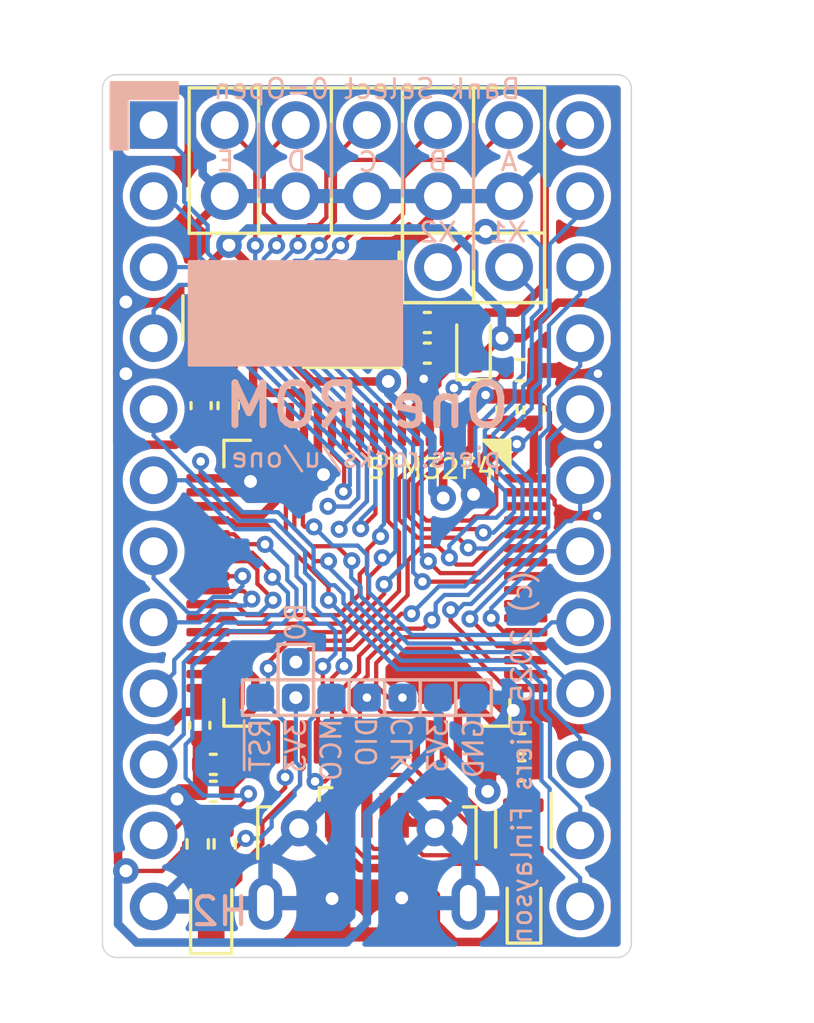
<source format=kicad_pcb>
(kicad_pcb (version 20241229) (generator "pcbnew") (generator_version "9.0")
  (layers (0 "F.Cu" signal) (2 "B.Cu" signal) (13 "F.Paste" user) (15 "B.Paste" user) (5 "F.SilkS" user "F.Silkscreen") (7 "B.SilkS" user "B.Silkscreen") (1 "F.Mask" user) (3 "B.Mask" user) (25 "Edge.Cuts" user))
  (net 0 "")
  (net 1 "Net-(U1-VCAP1)")
  (net 2 "GND")
  (net 3 "+5V")
  (net 4 "+3V3")
  (net 5 "NRST")
  (net 6 "SWCLK")
  (net 7 "SWDIO")
  (net 8 "SEL1")
  (net 9 "A2")
  (net 10 "SEL0")
  (net 12 "SEL2")
  (net 13 "BOOT0")
  (net 15 "A0")
  (net 16 "A8")
  (net 17 "D1")
  (net 18 "D4")
  (net 19 "CX1")
  (net 20 "A11")
  (net 21 "D2")
  (net 22 "A12")
  (net 24 "D5")
  (net 25 "OSC_OUT")
  (net 29 "SEL4")
  (net 30 "D6")
  (net 31 "OSC_IN")
  (net 32 "A9")
  (net 33 "A4")
  (net 34 "D3")
  (net 35 "MCO")
  (net 36 "A3")
  (net 37 "A1")
  (net 38 "D7")
  (net 39 "A7")
  (net 40 "A5")
  (net 41 "A10")
  (net 42 "CS1")
  (net 44 "Net-(J6-D+)")
  (net 45 "D0")
  (net 48 "CX2")
  (net 51 "A6")
  (net 52 "Net-(D1-A)")
  (net 53 "Net-(RC4-Pad2)")
  (net 54 "Net-(RC5-Pad1)")
  (net 55 "SEL3")
  (net 57 "LED0")
  (net 58 "VBUS")
  (net 59 "Net-(J6-D-)")
  (net 62 "D-")
  (net 63 "D+")
  (net 64 "VHOST")
  (footprint "Resistor_SMD:R_0402_1005Metric" (layer "F.Cu") (at 103.1748 57.4548 -90)
    (property "Reference" "R3" (hide yes))
    (property "Value" "1K")
  )
  (footprint "Diode_SMD:D_SOD-523" (layer "F.Cu") (at 113.03 39.5986 90)
    (property "Reference" "D2" (hide yes))
    (property "Value" "MSK4005")
  )
  (footprint "Capacitor_SMD:C_0402_1005Metric" (layer "F.Cu") (at 114.2238 41.9354 90)
    (property "Reference" "C3" (hide yes))
    (property "Value" "4.7uF")
  )
  (footprint "Capacitor_SMD:C_0402_1005Metric" (layer "F.Cu") (at 103.2963 41.783 90)
    (property "Reference" "C7" (hide yes))
    (property "Value" "0.1uF")
  )
  (footprint "Package_TO_SOT_SMD:SOT-23-5" (layer "F.Cu") (at 104.206 38.6533 -90)
    (property "Reference" "U3" (hide yes))
    (property "Value" "AP2112K-3.3")
  )
  (footprint "piers_retro_footprints:PinHeader_2x05_P2.54mm_Vertical custom silkscreen" (layer "F.Cu") (at 114.3 31.75 -90)
    (property "Reference" "J2" (hide yes))
    (property "Value" "Conn_02x05_Odd_Even" (hide yes))
  )
  (footprint "Capacitor_SMD:C_0402_1005Metric" (layer "F.Cu") (at 106.4006 39.5732 90)
    (property "Reference" "C2" (hide yes))
    (property "Value" "4.7uF")
  )
  (footprint "Capacitor_SMD:C_0402_1005Metric" (layer "F.Cu") (at 106.4006 37.719 -90)
    (property "Reference" "C1" (hide yes))
    (property "Value" "4.7uF")
  )
  (footprint "Capacitor_SMD:C_0402_1005Metric" (layer "F.Cu") (at 103.7336 54.61 180)
    (property "Reference" "RC5" (hide yes))
    (property "Value" "0R/4.7uF/DNP")
  )
  (footprint "Capacitor_SMD:C_0402_1005Metric" (layer "F.Cu") (at 111.379 39.9034)
    (property "Reference" "C10" (hide yes))
    (property "Value" "33pF")
  )
  (footprint "piers_retro_footprints:2x12 dip pin output 600mil centres no ss" (layer "F.Cu") (at 101.6 31.75)
    (property "Reference" "U2" (hide yes))
    (property "Value" "2332/2364 SOCKET" (hide yes))
  )
  (footprint "Capacitor_SMD:C_0402_1005Metric" (layer "F.Cu") (at 114.7572 53.8734 180)
    (property "Reference" "RC4" (hide yes))
    (property "Value" "0R/4.7uF/DNP")
  )
  (footprint "Package_QFP:LQFP-64_10x10mm_P0.5mm" (layer "F.Cu") (at 109.22 48.133 -90)
    (property "Reference" "U1" (hide yes))
    (property "Value" "STM32F411RET6")
  )
  (footprint "Capacitor_SMD:C_0402_1005Metric" (layer "F.Cu") (at 104.2615 41.783 90)
    (property "Reference" "C5" (hide yes))
    (property "Value" "0.1uF")
  )
  (footprint "Capacitor_SMD:C_0402_1005Metric" (layer "F.Cu") (at 103.251 53.213 -90)
    (property "Reference" "C4" (hide yes))
    (property "Value" "0.1uF")
  )
  (footprint "Resistor_SMD:R_0402_1005Metric" (layer "F.Cu") (at 114.7064 40.513)
    (property "Reference" "R2" (hide yes))
    (property "Value" "4K7")
  )
  (footprint "Capacitor_SMD:C_0402_1005Metric" (layer "F.Cu") (at 103.7336 55.5752 180)
    (property "Reference" "C9" (hide yes))
    (property "Value" "4.7uF/DNP/DNP")
  )
  (footprint "Crystal:Crystal_SMD_3225-4Pin_3.2x2.5mm" (layer "F.Cu") (at 108.6612 38.354 90)
    (property "Reference" "Y1" (hide yes))
    (property "Value" "12MHz")
  )
  (footprint "Package_TO_SOT_SMD:SOT-666" (layer "F.Cu") (at 114.8089 56.9214 -90)
    (property "Reference" "U4" (hide yes))
    (property "Value" "USBLC6-2P6")
  )
  (footprint "Diode_SMD:D_SOD-523" (layer "F.Cu") (at 114.8334 59.7408 90)
    (property "Reference" "D3" (hide yes))
    (property "Value" "MSK4005")
  )
  (footprint "Capacitor_SMD:C_0402_1005Metric" (layer "F.Cu") (at 114.7572 54.8386)
    (property "Reference" "C6" (hide yes))
    (property "Value" "0.1uF")
  )
  (footprint "Connector_PinHeader_2.54mm:PinHeader_1x02_P2.54mm_Vertical" (layer "F.Cu") (at 114.3 36.83 -90)
    (property "Reference" "J3" (hide yes))
    (property "Value" "Conn_01x02_Pin" (hide yes))
  )
  (footprint "Capacitor_SMD:C_0402_1005Metric" (layer "F.Cu") (at 115.189 41.9354 90)
    (property "Reference" "C8" (hide yes))
    (property "Value" "0.1uF")
  )
  (footprint "Capacitor_SMD:C_0402_1005Metric" (layer "F.Cu") (at 111.379 38.8112)
    (property "Reference" "C11" (hide yes))
    (property "Value" "33pF")
  )
  (footprint "LED_SMD:LED_0603_1608Metric" (layer "F.Cu") (at 103.6574 59.8932 90)
    (property "Reference" "D1" (hide yes))
    (property "Value" "LED_Small" (hide yes))
  )
  (footprint "piers global:USB_Micro-B_micro_xnj_073_C404969" (layer "F.Cu") (at 109.22 57.8935)
    (property "Reference" "J6" (hide yes))
    (property "Value" "USB_B_Micro")
  )
  (footprint "Resistor_SMD:R_0402_1005Metric" (layer "F.Cu") (at 104.14 57.4548 90)
    (property "Reference" "R1" (hide yes))
    (property "Value" "4K7")
  )
  (footprint "piers retro footprints:1mm smd test point small ss" (layer "B.Cu") (at 105.41 52.2224 180)
    (property "Reference" "TP7" (hide yes))
    (property "Value" "TestPoint" (hide yes))
  )
  (footprint "piers retro footprints:1mm smd test point small ss" (layer "B.Cu") (at 106.68 52.2224 180)
    (property "Reference" "TP8" (hide yes))
    (property "Value" "TestPoint" (hide yes))
  )
  (footprint "piers retro footprints:1mm smd test point small ss" (layer "B.Cu") (at 109.22 52.2224 180)
    (property "Reference" "TP4" (hide yes))
    (property "Value" "TestPoint" (hide yes))
  )
  (footprint "piers retro footprints:1mm smd test point small ss" (layer "B.Cu") (at 111.76 52.2224 180)
    (property "Reference" "TP2" (hide yes))
    (property "Value" "TestPoint" (hide yes))
  )
  (footprint "piers retro footprints:1mm smd test point small ss" (layer "B.Cu") (at 113.03 52.2224)
    (property "Reference" "TP1" (hide yes))
    (property "Value" "TestPoint" (hide yes))
  )
  (footprint "piers retro footprints:1mm smd test point small ss" (layer "B.Cu") (at 110.49 52.2224 180)
    (property "Reference" "TP5" (hide yes))
    (property "Value" "TestPoint" (hide yes))
  )
  (footprint "piers retro footprints:1mm smd test point small ss" (layer "B.Cu") (at 107.95 52.2224 180)
    (property "Reference" "TP3" (hide yes))
    (property "Value" "TestPoint" (hide yes))
  )
  (footprint "piers retro footprints:1mm smd test point small ss" (layer "B.Cu") (at 106.68 50.9524 180)
    (property "Reference" "TP6" (hide yes))
    (property "Value" "TestPoint" (hide yes))
  )
  (gr_poly (pts (xy 100.076 30.226) (xy 102.4636 30.226) (xy 102.4636 30.8102) (xy 100.6602 30.8102) (xy 100.6602 32.6136) (xy 100.076 32.6136) (xy 100.076 30.8356)) (stroke (width 0.1)) (fill yes) (layer "F.SilkS"))
  (gr_line (start 110.49 38.1) (end 110.49 35.6108) (stroke (width 0.127)) (layer "F.SilkS"))
  (gr_line (start 113.03 38.1) (end 113.03 35.6108) (stroke (width 0.127)) (layer "F.SilkS"))
  (gr_line (start 115.57 38.1) (end 110.49 38.1) (stroke (width 0.127)) (layer "F.SilkS"))
  (gr_line (start 115.57 38.1) (end 115.57 35.6108) (stroke (width 0.127)) (layer "F.SilkS"))
  (gr_rect (start 102.87 36.6268) (end 110.4646 40.3352) (stroke (width 0.1)) (fill yes) (layer "B.SilkS"))
  (gr_line (start 113.03 31.7104) (end 113.03 34.3012) (stroke (width 0.1)) (layer "B.SilkS"))
  (gr_line (start 113.03 34.3012) (end 113.03 36.892) (stroke (width 0.1)) (layer "B.SilkS"))
  (gr_line (start 110.49 31.7104) (end 110.49 34.3012) (stroke (width 0.1)) (layer "B.SilkS"))
  (gr_line (start 107.95 31.715) (end 107.95 34.3058) (stroke (width 0.1)) (layer "B.SilkS"))
  (gr_line (start 105.3592 31.7104) (end 105.3592 34.3012) (stroke (width 0.1)) (layer "B.SilkS"))
  (gr_poly (pts (xy 100.076 30.226) (xy 100.076 32.6136) (xy 100.6602 32.6136) (xy 100.6602 30.8102) (xy 102.4636 30.8102) (xy 102.4636 30.226) (xy 100.6856 30.226)) (stroke (width 0.1)) (fill yes) (layer "B.SilkS"))
  (gr_line (start 118.6688 30.4546) (end 118.6688 61.00719) (stroke (width 0.05)) (layer "Edge.Cuts"))
  (gr_arc (start 118.1608 29.9466) (mid 118.52001 30.09539) (end 118.6688 30.4546) (stroke (width 0.05)) (layer "Edge.Cuts"))
  (gr_line (start 100.27899 29.9466) (end 118.1608 29.9466) (stroke (width 0.05)) (layer "Edge.Cuts"))
  (gr_arc (start 99.77099 30.4546) (mid 99.91978 30.09539) (end 100.27899 29.9466) (stroke (width 0.05)) (layer "Edge.Cuts"))
  (gr_arc (start 118.6688 61.00719) (mid 118.52001 61.3664) (end 118.1608 61.51519) (stroke (width 0.05)) (layer "Edge.Cuts"))
  (gr_line (start 99.7712 61.00719) (end 99.77099 30.4546) (stroke (width 0.05)) (layer "Edge.Cuts"))
  (gr_arc (start 100.2792 61.51519) (mid 99.91999 61.3664) (end 99.7712 61.00719) (stroke (width 0.05)) (layer "Edge.Cuts"))
  (gr_line (start 118.1608 61.51519) (end 100.2792 61.51519) (stroke (width 0.05)) (layer "Edge.Cuts"))
  (gr_text "STM32F4" (at 111.506 44.0436 0) (layer "F.SilkS") (effects (font (size 0.7 0.7) (thickness 0.1))))
  (gr_text "B0" (at 106.68 50.2666 90) (layer "B.SilkS") (effects (font (size 0.7 0.7) (thickness 0.1)) (justify right mirror)))
  (gr_text "DIO" (at 109.22 52.8574 90) (layer "B.SilkS") (effects (font (size 0.7 0.7) (thickness 0.1)) (justify left mirror)))
  (gr_text "B" (at 111.76 33.0454 0) (layer "B.SilkS") (effects (font (size 0.7 0.7) (thickness 0.1)) (justify mirror)))
  (gr_text "Bank Select 0=Open" (at 109.22 30.4546 0) (layer "B.SilkS") (effects (font (size 0.7 0.7) (thickness 0.1)) (justify mirror)))
  (gr_text "X2" (at 111.76 35.5854 0) (layer "B.SilkS") (effects (font (size 0.7 0.7) (thickness 0.1)) (justify mirror)))
  (gr_text "3V3" (at 111.76 52.9082 90) (layer "B.SilkS") (effects (font (size 0.7 0.7) (thickness 0.1)) (justify left mirror)))
  (gr_text "MCO" (at 107.95 52.9082 90) (layer "B.SilkS") (effects (font (size 0.7 0.7) (thickness 0.1)) (justify left mirror)))
  (gr_text "A" (at 114.3 33.0454 0) (layer "B.SilkS") (effects (font (size 0.7 0.7) (thickness 0.1)) (justify mirror)))
  (gr_text "D" (at 106.7054 33.0454 0) (layer "B.SilkS") (effects (font (size 0.7 0.7) (thickness 0.1)) (justify mirror)))
  (gr_text "(c) 2025 Piers Finlayson" (at 114.7572 54.356 90) (layer "B.SilkS") (effects (font (size 0.7 0.7) (thickness 0.1)) (justify mirror)))
  (gr_text "E" (at 104.1654 33.0454 0) (layer "B.SilkS") (effects (font (size 0.7 0.7) (thickness 0.1)) (justify mirror)))
  (gr_text "H2" (at 103.9622 59.8678 0) (layer "B.SilkS") (effects (font (size 1 1)) (justify mirror)))
  (gr_text "One ROM" (at 109.22 41.783 0) (layer "B.SilkS") (effects (font (size 1.5 1.5) (thickness 0.25)) (justify mirror)))
  (gr_text "~{RST}" (at 105.41 52.9082 90) (layer "B.SilkS") (effects (font (size 0.7 0.7) (thickness 0.1)) (justify left mirror)))
  (gr_text "CLK" (at 110.49 52.8574 90) (layer "B.SilkS") (effects (font (size 0.7 0.7) (thickness 0.1)) (justify left mirror)))
  (gr_text "X1" (at 114.2492 35.5854 0) (layer "B.SilkS") (effects (font (size 0.7 0.7) (thickness 0.1)) (justify mirror)))
  (gr_text "piers.rocks/u/one" (at 109.1946 43.6372 0) (layer "B.SilkS") (effects (font (size 0.7 0.7) (thickness 0.1)) (justify mirror)))
  (gr_text "C" (at 109.2604 33.0708 0) (layer "B.SilkS") (effects (font (size 0.7 0.7) (thickness 0.1)) (justify mirror)))
  (gr_text "3V3" (at 106.68 52.9082 90) (layer "B.SilkS") (effects (font (size 0.7 0.7) (thickness 0.1)) (justify left mirror)))
  (gr_text "GND" (at 113.03 52.9082 90) (layer "B.SilkS") (effects (font (size 0.7 0.7) (thickness 0.1)) (justify left mirror)))
  (segment (start 104.541757 50.883) (end 103.545 50.883) (width 0.3048) (layer "F.Cu") (net 1))
  (segment (start 104.8766 54.9122) (end 104.8766 52.9082) (width 0.3048) (layer "F.Cu") (net 1))
  (segment (start 104.8766 52.9082) (end 105.2322 52.5526) (width 0.3048) (layer "F.Cu") (net 1))
  (segment (start 104.2136 55.5752) (end 104.8766 54.9122) (width 0.3048) (layer "F.Cu") (net 1))
  (segment (start 105.2322 52.5526) (end 105.2322 51.573443) (width 0.3048) (layer "F.Cu") (net 1))
  (segment (start 105.2322 51.573443) (end 104.541757 50.883) (width 0.3048) (layer "F.Cu") (net 1))
  (segment (start 109.5112 37.0214) (end 111.8489 34.6837) (width 0.3048) (layer "F.Cu") (net 2))
  (segment (start 106.4006 38.199) (end 106.4006 38.6334) (width 0.3048) (layer "F.Cu") (net 2))
  (segment (start 115.2164 40.513) (end 115.3434 40.64) (width 0.3048) (layer "F.Cu") (net 2))
  (segment (start 103.3526 53.6956) (end 103.3526 54.61) (width 0.3048) (layer "F.Cu") (net 2))
  (segment (start 109.5112 37.254) (end 109.5112 37.0214) (width 0.3048) (layer "F.Cu") (net 2))
  (segment (start 110.363 39.1922) (end 110.363 38.7096) (width 0.1524) (layer "F.Cu") (net 2))
  (segment (start 110.1608 38.5074) (end 108.7578 38.5074) (width 0.1524) (layer "F.Cu") (net 2))
  (segment (start 100.33 38.354) (end 100.33 40.360739) (width 0.3048) (layer "F.Cu") (net 2))
  (segment (start 115.6474 44.883) (end 115.9256 45.1612) (width 0.1524) (layer "F.Cu") (net 2))
  (segment (start 115.189 41.4554) (end 115.7604 42.0268) (width 0.1524) (layer "F.Cu") (net 2))
  (segment (start 103.251 54.6074) (end 103.2536 54.61) (width 0.3048) (layer "F.Cu") (net 2))
  (segment (start 100.6094 38.0746) (end 100.33 38.354) (width 0.3048) (layer "F.Cu") (net 2))
  (segment (start 106.4006 38.6334) (end 106.4006 39.0932) (width 0.3048) (layer "F.Cu") (net 2))
  (segment (start 111.645 56.8935) (end 111.4443 56.6928) (width 0.3048) (layer "F.Cu") (net 2))
  (segment (start 116.4844 43.18) (end 117.475 43.18) (width 0.1524) (layer "F.Cu") (net 2))
  (segment (start 102.438113 55.851512) (end 102.438113 55.854511) (width 0.3048) (layer "F.Cu") (net 2))
  (segment (start 115.7604 42.0268) (end 115.7604 42.456) (width 0.1524) (layer "F.Cu") (net 2))
  (segment (start 102.438113 55.854511) (end 102.463601 55.879999) (width 0.3048) (layer "F.Cu") (net 2))
  (segment (start 115.9256 45.3136) (end 116.332 45.72) (width 0.1524) (layer "F.Cu") (net 2))
  (segment (start 100.33 36.068) (end 100.8634 35.5346) (width 0.3048) (layer "F.Cu") (net 2))
  (segment (start 113.1824 51.7144) (end 113.1062 51.7144) (width 0.3048) (layer "F.Cu") (net 2))
  (segment (start 100.33 40.360739) (end 100.609261 40.64) (width 0.3048) (layer "F.Cu") (net 2))
  (segment (start 103.545 44.883) (end 104.6722 44.883) (width 0.3048) (layer "F.Cu") (net 2))
  (segment (start 115.2164 40.513) (end 115.2164 41.428) (width 0.3048) (layer "F.Cu") (net 2))
  (segment (start 106.3752 38.6588) (end 106.4006 38.6334) (width 0.3048) (layer "F.Cu") (net 2))
  (segment (start 107.47 44.0462) (end 107.47 42.458) (width 0.3048) (layer "F.Cu") (net 2))
  (segment (start 114.8089 55.2669) (end 115.2372 54.8386) (width 0.3048) (layer "F.Cu") (net 2))
  (segment (start 107.6706 44.2468) (end 107.47 44.0462) (width 0.3048) (layer "F.Cu") (net 2))
  (segment (start 116.332 45.72) (end 117.4496 45.72) (width 0.1524) (layer "F.Cu") (net 2))
  (segment (start 107.4504 39.0932) (end 107.8112 39.454) (width 0.3048) (layer "F.Cu") (net 2))
  (segment (start 114.1476 52.6796) (end 113.1824 51.7144) (width 0.3048) (layer "F.Cu") (net 2))
  (segment (start 111.859 39.9034) (end 111.3194 39.3638) (width 0.1524) (layer "F.Cu") (net 2))
  (segment (start 113.5152 41.4554) (end 113.4618 41.402) (width 0.1524) (layer "F.Cu") (net 2))
  (segment (start 111.859 39.9034) (end 111.859 40.21627) (width 0.1524) (layer "F.Cu") (net 2))
  (segment (start 111.3194 39.3638) (end 110.5346 39.3638) (width 0.1524) (layer "F.Cu") (net 2))
  (segment (start 102.8954 35.5346) (end 104.14 34.29) (width 0.3048) (layer "F.Cu") (net 2))
  (segment (start 111.8489 34.3789) (end 111.76 34.29) (width 0.3048) (layer "F.Cu") (net 2))
  (segment (start 107.4674 42.4606) (end 107.47 42.458) (width 0.3048) (layer "F.Cu") (net 2))
  (segment (start 114.2238 41.4554) (end 113.5152 41.4554) (width 0.1524) (layer "F.Cu") (net 2))
  (segment (start 114.895 44.883) (end 115.6474 44.883) (width 0.1524) (layer "F.Cu") (net 2))
  (segment (start 114.450399 52.6796) (end 114.1476 52.6796) (width 0.3048) (layer "F.Cu") (net 2))
  (segment (start 106.4006 39.0932) (end 107.4504 39.0932) (width 0.3048) (layer "F.Cu") (net 2))
  (segment (start 111.4443 56.6928) (end 110.7818 56.6928) (width 0.3048) (layer "F.Cu") (net 2))
  (segment (start 111.8489 34.6837) (end 111.8489 34.3789) (width 0.3048) (layer "F.Cu") (net 2))
  (segment (start 111.859 40.21627) (end 111.252 40.82327) (width 0.1524) (layer "F.Cu") (net 2))
  (segment (start 115.2271 30.48) (end 115.5319 30.7848) (width 0.3048) (layer "F.Cu") (net 2))
  (segment (start 115.3434 40.64) (end 117.475 40.64) (width 0.3048) (layer "F.Cu") (net 2))
  (segment (start 103.0224 30.8102) (end 103.3526 30.48) (width 0.3048) (layer "F.Cu") (net 2))
  (segment (start 100.33 37.7952) (end 100.33 36.068) (width 0.3048) (layer "F.Cu") (net 2))
  (segment (start 105.9408 38.6588) (end 105.3592 38.6588) (width 0.3048) (layer "F.Cu") (net 2))
  (segment (start 114.8054 55.9929) (end 114.8089 55.9964) (width 0.3048) (layer "F.Cu") (net 2))
  (segment (start 114.8089 55.9964) (end 114.8089 55.2669) (width 0.3048) (layer "F.Cu") (net 2))
  (segment (start 103.1494 53.6702) (end 103.1494 54.5846) (width 0.3048) (layer "F.Cu") (net 2))
  (segment (start 110.5346 39.3638) (end 110.363 39.1922) (width 0.1524) (layer "F.Cu") (net 2))
  (segment (start 110.7818 56.6928) (end 110.52 56.431) (width 0.3048) (layer "F.Cu") (net 2))
  (segment (start 110.363 38.7096) (end 110.1608 38.5074) (width 0.1524) (layer "F.Cu") (net 2))
  (segment (start 115.2164 41.428) (end 115.189 41.4554) (width 0.3048) (layer "F.Cu") (net 2))
  (segment (start 100.8634 35.5346) (end 102.8954 35.5346) (width 0.3048) (layer "F.Cu") (net 2))
  (segment (start 100.609261 40.64) (end 102.6333 40.64) (width 0.3048) (layer "F.Cu") (net 2))
  (segment (start 115.7604 42.456) (end 116.4844 43.18) (width 0.1524) (layer "F.Cu") (net 2))
  (segment (start 105.061684 44.788633) (end 105.061684 44.493516) (width 0.3048) (layer "F.Cu") (net 2))
  (segment (start 105.9408 38.6588) (end 106.3752 38.6588) (width 0.3048) (layer "F.Cu") (net 2))
  (segment (start 108.7578 38.5074) (end 107.8112 39.454) (width 0.1524) (layer "F.Cu") (net 2))
  (segment (start 103.3526 30.48) (end 115.2271 30.48) (width 0.3048) (layer "F.Cu") (net 2))
  (segment (start 102.6333 40.64) (end 103.2963 41.303) (width 0.3048) (layer "F.Cu") (net 2))
  (segment (start 100.6094 38.0746) (end 100.33 37.7952) (width 0.3048) (layer "F.Cu") (net 2))
  (segment (start 104.6722 44.883) (end 105.061684 44.493516) (width 0.3048) (layer "F.Cu") (net 2))
  (segment (start 105.9408 38.6588) (end 106.4006 38.199) (width 0.3048) (layer "F.Cu") (net 2))
  (segment (start 105.9662 38.6588) (end 106.4006 39.0932) (width 0.3048) (layer "F.Cu") (net 2))
  (segment (start 115.9256 45.1612) (end 115.9256 45.3136) (width 0.1524) (layer "F.Cu") (net 2))
  (via (at 100.6094 38.0746) (size 0.9144) (drill 0.4572) (layers "F.Cu" "B.Cu") (net 2))
  (via (at 114.450399 52.6796) (size 0.9144) (drill 0.4572) (layers "F.Cu" "B.Cu") (net 2))
  (via (at 113.03 44.958) (size 0.9144) (drill 0.4572) (layers "F.Cu" "B.Cu") (net 2))
  (via (at 105.061684 44.493516) (size 0.9144) (drill 0.4572) (layers "F.Cu" "B.Cu") (net 2))
  (via (at 117.475 40.64) (size 0.6096) (drill 0.3048) (layers "F.Cu" "B.Cu") (net 2))
  (via (at 107.6706 44.2468) (size 0.9144) (drill 0.4572) (layers "F.Cu" "B.Cu") (net 2))
  (via (at 102.438113 55.851512) (size 0.9144) (drill 0.4572) (layers "F.Cu" "B.Cu") (net 2))
  (via (at 117.4496 45.72) (size 0.6096) (drill 0.3048) (layers "F.Cu" "B.Cu") (net 2))
  (via (at 113.4618 41.402) (size 0.6096) (drill 0.3048) (layers "F.Cu" "B.Cu") (net 2))
  (via (at 111.252 40.82327) (size 0.6096) (drill 0.3048) (layers "F.Cu" "B.Cu") (net 2))
  (via (at 117.475 43.18) (size 0.6096) (drill 0.3048) (layers "F.Cu" "B.Cu") (net 2))
  (via (at 100.609261 40.64) (size 0.9144) (drill 0.4572) (layers "F.Cu" "B.Cu") (net 2))
  (via (at 110.4646 59.3852) (size 0.9144) (drill 0.4572) (layers "F.Cu" "B.Cu") (net 2))
  (via (at 107.9754 59.4106) (size 0.9144) (drill 0.4572) (layers "F.Cu" "B.Cu") (net 2))
  (segment (start 109.22 34.29) (end 106.68 34.29) (width 0.3048) (layer "B.Cu") (net 2))
  (segment (start 114.3 33.9598) (end 114.3 34.29) (width 0.3048) (layer "B.Cu") (net 2))
  (segment (start 100.3334 35.5346) (end 100.3334 30.629) (width 0.3048) (layer "B.Cu") (net 2))
  (segment (start 100.4824 30.48) (end 115.5446 30.48) (width 0.3048) (layer "B.Cu") (net 2))
  (segment (start 115.57 30.5054) (end 115.5446 30.48) (width 0.3048) (layer "B.Cu") (net 2))
  (segment (start 115.5446 30.48) (end 117.7544 30.48) (width 0.3048) (layer "B.Cu") (net 2))
  (segment (start 103.3526 33.5026) (end 104.14 34.29) (width 0.3048) (layer "B.Cu") (net 2))
  (segment (start 117.53041 60.98079) (end 116.1542 60.98079) (width 0.3048) (layer "B.Cu") (net 2))
  (segment (start 115.57 33.02) (end 115.57 30.5054) (width 0.3048) (layer "B.Cu") (net 2))
  (segment (start 102.319398 55.88) (end 100.8888 55.88) (width 0.3048) (layer "B.Cu") (net 2))
  (segment (start 114.450399 52.6796) (end 114.450399 51.991799) (width 0.3048) (layer "B.Cu") (net 2))
  (segment (start 102.9716 32.3596) (end 103.3526 32.7406) (width 0.3048) (layer "B.Cu") (net 2))
  (segment (start 100.3334 38.0746) (end 100.3334 40.64) (width 0.3048) (layer "B.Cu") (net 2))
  (segment (start 118.1066 30.8322) (end 118.1066 33.02) (width 0.3048) (layer "B.Cu") (net 2))
  (segment (start 118.0558 48.26) (end 115.951 48.26) (width 0.3048) (layer "B.Cu") (net 2))
  (segment (start 100.3334 45.72) (end 100.3334 40.64) (width 0.3048) (layer "B.Cu") (net 2))
  (segment (start 103.3526 32.7406) (end 103.3526 33.5026) (width 0.3048) (layer "B.Cu") (net 2))
  (segment (start 100.3334 35.5346) (end 100.3334 38.0746) (width 0.3048) (layer "B.Cu") (net 2))
  (segment (start 100.3334 35.5346) (end 102.2096 35.5346) (width 0.3048) (layer "B.Cu") (net 2))
  (segment (start 109.22 34.29) (end 111.76 34.29) (width 0.3048) (layer "B.Cu") (net 2))
  (segment (start 100.8888 55.88) (end 100.3334 55.3246) (width 0.3048) (layer "B.Cu") (net 2))
  (segment (start 102.347886 55.851512) (end 102.319398 55.88) (width 0.3048) (layer "B.Cu") (net 2))
  (segment (start 117.7544 30.48) (end 118.1066 30.8322) (width 0.3048) (layer "B.Cu") (net 2))
  (segment (start 102.9716 30.9626) (end 102.9716 32.3596) (width 0.3048) (layer "B.Cu") (net 2))
  (segment (start 118.1066 38.0746) (end 118.1066 43.18) (width 0.3048) (layer "B.Cu") (net 2))
  (segment (start 100.3334 40.64) (end 102.489 40.64) (width 0.3048) (layer "B.Cu") (net 2))
  (segment (start 100.3334 30.629) (end 100.4824 30.48) (width 0.3048) (layer "B.Cu") (net 2))
  (segment (start 100.3334 45.72) (end 102.87 45.72) (width 0.3048) (layer "B.Cu") (net 2))
  (segment (start 114.3 34.29) (end 115.57 33.02) (width 0.3048) (layer "B.Cu") (net 2))
  (segment (start 118.1066 48.2092) (end 118.1066 60.4046) (width 0.3048) (layer "B.Cu") (net 2))
  (segment (start 118.1066 33.02) (end 118.1066 38.0746) (width 0.3048) (layer "B.Cu") (net 2))
  (segment (start 118.1066 60.4046) (end 117.53041 60.98079) (width 0.3048) (layer "B.Cu") (net 2))
  (segment (start 101.6 59.69) (end 102.8446 58.4454) (width 0.3048) (layer "B.Cu") (net 2))
  (segment (start 102.2096 35.5346) (end 102.235 35.56) (width 0.3048) (layer "B.Cu") (net 2))
  (segment (start 115.57 33.02) (end 118.1066 33.02) (width 0.3048) (layer "B.Cu") (net 2))
  (segment (start 118.1066 48.2092) (end 118.0558 48.26) (width 0.3048) (layer "B.Cu") (net 2))
  (segment (start 106.68 34.29) (end 104.14 34.29) (width 0.3048) (layer "B.Cu") (net 2))
  (segment (start 100.3334 55.3246) (end 100.3334 45.72) (width 0.3048) (layer "B.Cu") (net 2))
  (segment (start 102.438113 55.851512) (end 102.347886 55.851512) (width 0.3048) (layer "B.Cu") (net 2))
  (segment (start 118.1066 43.18) (end 118.1066 45.7454) (width 0.3048) (layer "B.Cu") (net 2))
  (segment (start 115.951 48.26) (end 115.9256 48.2854) (width 0.3048) (layer "B.Cu") (net 2))
  (segment (start 102.87 45.72) (end 103.0732 45.9232) (width 0.3048) (layer "B.Cu") (net 2))
  (segment (start 118.1066 45.7454) (end 118.1066 48.2092) (width 0.3048) (layer "B.Cu") (net 2))
  (segment (start 115.3526 60.96) (end 114.8334 60.4408) (width 0.3048) (layer "F.Cu") (net 3))
  (segment (start 114.7826 39.37) (end 116.0526 38.1) (width 0.3048) (layer "F.Cu") (net 3))
  (segment (start 106.4006 37.239) (end 105.4328 37.239) (width 0.3048) (layer "F.Cu") (net 3))
  (segment (start 103.256 37.079) (end 103.256 37.5158) (width 0.3048) (layer "F.Cu") (net 3))
  (segment (start 105.156 36.9062) (end 105.156 37.5158) (width 0.3048) (layer "F.Cu") (net 3))
  (segment (start 114.046 39.37) (end 114.7826 39.37) (width 0.3048) (layer "F.Cu") (net 3))
  (segment (start 114.046 39.37) (end 113.9586 39.37) (width 0.3048) (layer "F.Cu") (net 3))
  (segment (start 117.5766 38.1) (end 118.0846 38.608) (width 0.3048) (layer "F.Cu") (net 3))
  (segment (start 117.5512 60.96) (end 115.3526 60.96) (width 0.3048) (layer "F.Cu") (net 3))
  (segment (start 116.0526 38.1) (end 117.5766 38.1) (width 0.3048) (layer "F.Cu") (net 3))
  (segment (start 118.0846 60.4266) (end 117.5512 60.96) (width 0.3048) (layer "F.Cu") (net 3))
  (segment (start 104.2924 36.0426) (end 103.256 37.079) (width 0.3048) (layer "F.Cu") (net 3))
  (segment (start 105.4328 37.239) (end 105.156 37.5158) (width 0.3048) (layer "F.Cu") (net 3))
  (segment (start 113.9586 39.37) (end 113.03 40.2986) (width 0.3048) (layer "F.Cu") (net 3))
  (segment (start 104.2924 36.0426) (end 105.156 36.9062) (width 0.3048) (layer "F.Cu") (net 3))
  (segment (start 118.0846 38.608) (end 118.0846 60.4266) (width 0.3048) (layer "F.Cu") (net 3))
  (via (at 104.2924 36.0426) (size 0.9144) (drill 0.4572) (layers "F.Cu" "B.Cu") (net 3))
  (via (at 114.046 39.37) (size 0.9144) (drill 0.4572) (layers "F.Cu" "B.Cu") (net 3))
  (segment (start 112.153984 35.445984) (end 113.0554 36.3474) (width 0.3048) (layer "B.Cu") (net 3))
  (segment (start 104.3686 36.0426) (end 104.2924 36.0426) (width 0.3048) (layer "B.Cu") (net 3))
  (segment (start 114.046 38.4048) (end 114.046 39.37) (width 0.3048) (layer "B.Cu") (net 3))
  (segment (start 113.0554 37.4142) (end 114.046 38.4048) (width 0.3048) (layer "B.Cu") (net 3))
  (segment (start 113.0554 36.3474) (end 113.0554 37.4142) (width 0.3048) (layer "B.Cu") (net 3))
  (segment (start 104.965216 35.445984) (end 108.3818 35.445984) (width 0.3048) (layer "B.Cu") (net 3))
  (segment (start 108.3818 35.445984) (end 112.153984 35.445984) (width 0.3048) (layer "B.Cu") (net 3))
  (segment (start 104.965216 35.445984) (end 104.3686 36.0426) (width 0.3048) (layer "B.Cu") (net 3))
  (segment (start 113.284 55.3212) (end 113.538 55.5752) (width 0.3048) (layer "F.Cu") (net 4))
  (segment (start 100.9142 53.3654) (end 100.5332 53.3654) (width 0.3048) (layer "F.Cu") (net 4))
  (segment (start 106.553 41.3258) (end 106.7308 41.3258) (width 0.3048) (layer "F.Cu") (net 4))
  (segment (start 100.5332 53.3654) (end 100.33 53.5686) (width 0.3048) (layer "F.Cu") (net 4))
  (segment (start 112.9258 43.31781) (end 112.9258 43.3096) (width 0.3048) (layer "F.Cu") (net 4))
  (segment (start 104.4634 45.383) (end 103.545 45.383) (width 0.3048) (layer "F.Cu") (net 4))
  (segment (start 113.2586 54.8386) (end 113.284 54.864) (width 0.3048) (layer "F.Cu") (net 4))
  (segment (start 100.5332 53.3654) (end 100.33 53.1622) (width 0.3048) (layer "F.Cu") (net 4))
  (segment (start 104.6988 57.4294) (end 104.1634 57.9648) (width 0.1524) (layer "F.Cu") (net 4))
  (segment (start 104.7197 57.4294) (end 104.6988 57.4294) (width 0.1524) (layer "F.Cu") (net 4))
  (segment (start 102.6642 52.733) (end 102.0318 53.3654) (width 0.3048) (layer "F.Cu") (net 4))
  (segment (start 105.942251 45.222831) (end 105.495882 45.6692) (width 0.3048) (layer "F.Cu") (net 4))
  (segment (start 108.1786 40.9194) (end 109.982 40.9194) (width 0.3048) (layer "F.Cu") (net 4))
  (segment (start 102.6252 57.6234) (end 102.6252 57.6996) (width 0.1524) (layer "F.Cu") (net 4))
  (segment (start 106.97 42.458) (end 106.97 41.2162) (width 0.3048) (layer "F.Cu") (net 4))
  (segment (start 113.284 54.864) (end 113.284 55.3212) (width 0.3048) (layer "F.Cu") (net 4))
  (segment (start 103.545 51.883) (end 103.3872 51.883) (width 0.3048) (layer "F.Cu") (net 4))
  (segment (start 102.2858 43.18) (end 102.3793 43.18) (width 0.3048) (layer "F.Cu") (net 4))
  (segment (start 112.97 43.2654) (end 112.97 42.458) (width 0.3048) (layer "F.Cu") (net 4))
  (segment (start 113.8174 54.8386) (end 114.2772 54.8386) (width 0.3048) (layer "F.Cu") (net 4))
  (segment (start 100.33 53.1622) (end 100.33 53.0352) (width 0.3048) (layer "F.Cu") (net 4))
  (segment (start 114.2238 42.4154) (end 115.189 42.4154) (width 0.3048) (layer "F.Cu") (net 4))
  (segment (start 103.545 51.883) (end 103.494169 51.883) (width 0.3048) (layer "F.Cu") (net 4))
  (segment (start 113.8174 54.8386) (end 113.2586 54.8386) (width 0.3048) (layer "F.Cu") (net 4))
  (segment (start 100.8888 43.18) (end 102.2858 43.18) (width 0.3048) (layer "F.Cu") (net 4))
  (segment (start 100.33 53.4416) (end 100.33 53.1622) (width 0.3048) (layer "F.Cu") (net 4))
  (segment (start 100.33 57.7596) (end 100.33 58.1406) (width 0.3048) (layer "F.Cu") (net 4))
  (segment (start 103.545 45.383) (end 102.4704 45.383) (width 0.3048) (layer "F.Cu") (net 4))
  (segment (start 103.3272 57.0738) (end 103.3272 56.9448) (width 0.1524) (layer "F.Cu") (net 4))
  (segment (start 100.33 57.7596) (end 100.33 53.5686) (width 0.3048) (layer "F.Cu") (net 4))
  (segment (start 103.2963 42.263) (end 104.2615 42.263) (width 0.3048) (layer "F.Cu") (net 4))
  (segment (start 112.9792 42.4488) (end 112.97 42.458) (width 0.3048) (layer "F.Cu") (net 4))
  (segment (start 102.1334 45.72) (end 100.33 45.72) (width 0.3048) (layer "F.Cu") (net 4))
  (segment (start 109.982 40.9194) (end 109.984334 40.917066) (width 0.3048) (layer "F.Cu") (net 4))
  (segment (start 102.0318 53.3654) (end 100.9142 53.3654) (width 0.3048) (layer "F.Cu") (net 4))
  (segment (start 111.9462 44.29741) (end 112.9258 43.31781) (width 0.3048) (layer "F.Cu") (net 4))
  (segment (start 106.97 41.565) (end 106.7308 41.3258) (width 0.3048) (layer "F.Cu") (net 4))
  (segment (start 106.7308 41.3258) (end 106.8604 41.3258) (width 0.3048) (layer "F.Cu") (net 4))
  (segment (start 100.33 43.7388) (end 100.8888 43.18) (width 0.3048) (layer "F.Cu") (net 4))
  (segment (start 101.6254 58.42) (end 100.6094 58.42) (width 0.1524) (layer "F.Cu") (net 4))
  (segment (start 105.156 41.2496) (end 105.2322 41.3258) (width 0.3048) (layer "F.Cu") (net 4))
  (segment (start 113.538 55.5752) (end 113.538 55.118) (width 0.3048) (layer "F.Cu") (net 4))
  (segment (start 103.1748 56.9448) (end 103.1748 56.9996) (width 0.1524) (layer "F.Cu") (net 4))
  (segment (start 103.1748 56.9448) (end 102.6922 57.4274) (width 0.1524) (layer "F.Cu") (net 4))
  (segment (start 102.6922 57.5564) (end 102.6252 57.6234) (width 0.1524) (layer "F.Cu") (net 4))
  (segment (start 101.8794 58.42) (end 101.6254 58.42) (width 0.1524) (layer "F.Cu") (net 4))
  (segment (start 104.892076 57.257024) (end 104.7197 57.4294) (width 0.1524) (layer "F.Cu") (net 4))
  (segment (start 105.495882 45.6692) (end 104.7496 45.6692) (width 0.3048) (layer "F.Cu") (net 4))
  (segment (start 104.7496 45.6692) (end 104.4634 45.383) (width 0.3048) (layer "F.Cu") (net 4))
  (segment (start 106.97 41.2162) (end 107.2668 40.9194) (width 0.3048) (layer "F.Cu") (net 4))
  (segment (start 115.189 42.4154) (end 115.189 44.089) (width 0.3048) (layer "F.Cu") (net 4))
  (segment (start 102.6922 57.4274) (end 102.6922 57.5564) (width 0.1524) (layer "F.Cu") (net 4))
  (segment (start 103.2002 52.07) (end 103.2002 52.5044) (width 0.3048) (layer "F.Cu") (net 4))
  (segment (start 107.2668 40.9194) (end 108.1786 40.9194) (width 0.3048) (layer "F.Cu") (net 4))
  (segment (start 106.4006 40.0532) (end 107.2668 40.9194) (width 0.3048) (layer "F.Cu") (net 4))
  (segment (start 104.1634 57.9648) (end 104.14 57.9648) (width 0.1524) (layer "F.Cu") (net 4))
  (segment (start 103.1748 56.9996) (end 104.14 57.9648) (width 0.1524) (layer "F.Cu") (net 4))
  (segment (start 105.2322 41.3258) (end 106.3752 41.3258) (width 0.3048) (layer "F.Cu") (net 4))
  (segment (start 106.8604 41.3258) (end 107.2668 40.9194) (width 0.3048) (layer "F.Cu") (net 4))
  (segment (start 103.3872 51.883) (end 103.2002 52.07) (width 0.3048) (layer "F.Cu") (net 4))
  (segment (start 113.538 55.118) (end 112.97 54.55) (width 0.3048) (layer "F.Cu") (net 4))
  (segment (start 106.4006 40.0532) (end 105.4184 40.0532) (width 0.3048) (layer "F.Cu") (net 4))
  (segment (start 100.33 58.1406) (end 100.6094 58.42) (width 0.3048) (layer "F.Cu") (net 4))
  (segment (start 111.9462 45.085) (end 111.9462 44.29741) (width 0.3048) (layer "F.Cu") (net 4))
  (segment (start 102.4704 45.383) (end 102.1334 45.72) (width 0.3048) (layer "F.Cu") (net 4))
  (segment (start 112.9258 43.3096) (end 112.97 43.2654) (width 0.3048) (layer "F.Cu") (net 4))
  (segment (start 105.4184 40.0532) (end 105.156 39.7908) (width 0.3048) (layer "F.Cu") (net 4))
  (segment (start 105.2322 41.3258) (end 104.9274 41.6306) (width 0.3048) (layer "F.Cu") (net 4))
  (segment (start 104.9274 41.6306) (end 104.9274 43.2816) (width 0.3048) (layer "F.Cu") (net 4))
  (segment (start 100.33 53.0352) (end 100.33 45.72) (width 0.3048) (layer "F.Cu") (net 4))
  (segment (start 112.97 54.55) (end 112.97 53.808) (width 0.3048) (layer "F.Cu") (net 4))
  (segment (start 106.3752 41.3258) (end 106.553 41.3258) (width 0.3048) (layer "F.Cu") (net 4))
  (segment (start 103.251 52.733) (end 102.6642 52.733) (width 0.3048) (layer "F.Cu") (net 4))
  (segment (start 113.6904 55.4228) (end 113.538 55.5752) (width 0.3048) (layer "F.Cu") (net 4))
  (segment (start 104.9274 43.2816) (end 105.942251 44.296451) (width 0.3048) (layer "F.Cu") (net 4))
  (segment (start 100.33 45.72) (end 100.33 43.7388) (width 0.3048) (layer "F.Cu") (net 4))
  (segment (start 102.3793 43.18) (end 103.2963 42.263) (width 0.3048) (layer "F.Cu") (net 4))
  (segment (start 105.942251 44.296451) (end 105.942251 45.222831) (width 0.3048) (layer "F.Cu") (net 4))
  (segment (start 113.0126 42.4154) (end 112.97 42.458) (width 0.3048) (layer "F.Cu") (net 4))
  (segment (start 101.9048 58.42) (end 101.6254 58.42) (width 0.1524) (layer "F.Cu") (net 4))
  (segment (start 113.6904 54.9656) (end 113.6904 55.4228) (width 0.3048) (layer "F.Cu") (net 4))
  (segment (start 113.538 55.118) (end 113.6904 54.9656) (width 0.3048) (layer "F.Cu") (net 4))
  (segment (start 114.4778 42.4154) (end 113.0126 42.4154) (width 0.3048) (layer "F.Cu") (net 4))
  (segment (start 115.2814 44.383) (end 114.895 44.383) (width 0.3048) (layer "F.Cu") (net 4))
  (segment (start 115.189 44.089) (end 114.895 44.383) (width 0.3048) (layer "F.Cu") (net 4))
  (segment (start 106.97 42.458) (end 106.97 41.565) (width 0.3048) (layer "F.Cu") (net 4))
  (segment (start 105.156 39.7908) (end 105.156 41.2496) (width 0.3048) (layer "F.Cu") (net 4))
  (segment (start 100.33 53.5686) (end 100.33 53.4416) (width 0.3048) (layer "F.Cu") (net 4))
  (segment (start 104.248601 51.883) (end 103.545 51.883) (width 0.3048) (layer "F.Cu") (net 4))
  (segment (start 113.2586 54.8386) (end 112.97 54.55) (width 0.3048) (layer "F.Cu") (net 4))
  (segment (start 102.6252 57.6996) (end 101.9048 58.42) (width 0.1524) (layer "F.Cu") (net 4))
  (segment (start 113.6904 54.9656) (end 113.8174 54.8386) (width 0.3048) (layer "F.Cu") (net 4))
  (via (at 111.9462 45.085) (size 0.9144) (drill 0.4572) (layers "F.Cu" "B.Cu") (net 4))
  (via (at 113.538 55.5752) (size 0.9144) (drill 0.4572) (layers "F.Cu" "B.Cu") (net 4))
  (via (at 109.984334 40.917066) (size 0.9144) (drill 0.4572) (layers "F.Cu" "B.Cu") (net 4))
  (via (at 106.68 52.2224) (size 0.9144) (drill 0.4572) (layers "F.Cu" "B.Cu") (net 4))
  (via (at 104.892076 57.257024) (size 0.6096) (drill 0.3048) (layers "F.Cu" "B.Cu") (net 4))
  (via (at 100.6094 58.42) (size 0.9144) (drill 0.4572) (layers "F.Cu" "B.Cu") (net 4))
  (segment (start 106.68 54.5338) (end 106.8324 54.6862) (width 0.1524) (layer "B.Cu") (net 4))
  (segment (start 106.634494 55.722306) (end 105.8164 56.5404) (width 0.1524) (layer "B.Cu") (net 4))
  (segment (start 106.68 52.2224) (end 106.68 54.5338) (width 0.1524) (layer "B.Cu") (net 4))
  (segment (start 111.9462 45.085) (end 111.9462 45.156879) (width 0.3048) (layer "B.Cu") (net 4))
  (segment (start 100.33 58.6994) (end 100.33 60.325) (width 0.3048) (layer "B.Cu") (net 4))
  (segment (start 106.8324 55.345894) (end 106.634494 55.5438) (width 0.1524) (layer "B.Cu") (net 4))
  (segment (start 108.48801 60.98079) (end 109.22 60.2488) (width 0.3048) (layer "B.Cu") (net 4))
  (segment (start 111.76 53.7972) (end 112.9284 54.9656) (width 0.3048) (layer "B.Cu") (net 4))
  (segment (start 109.982 41.343704) (end 109.982 40.9194) (width 0.3048) (layer "B.Cu") (net 4))
  (segment (start 109.22 60.2488) (end 109.22 56.388) (width 0.3048) (layer "B.Cu") (net 4))
  (segment (start 111.76 53.848) (end 111.76 52.6034) (width 0.3048) (layer "B.Cu") (net 4))
  (segment (start 106.634494 55.5438) (end 106.634494 55.722306) (width 0.1524) (layer "B.Cu") (net 4))
  (segment (start 100.98579 60.98079) (end 108.48801 60.98079) (width 0.3048) (layer "B.Cu") (net 4))
  (segment (start 105.8164 56.8452) (end 105.404576 57.257024) (width 0.1524) (layer "B.Cu") (net 4))
  (segment (start 111.9462 45.156879) (end 111.898144 45.204935) (width 0.3048) (layer "B.Cu") (net 4))
  (segment (start 106.8324 54.6862) (end 106.8324 55.345894) (width 0.1524) (layer "B.Cu") (net 4))
  (segment (start 109.982 40.9194) (end 109.984334 40.917066) (width 0.3048) (layer "B.Cu") (net 4))
  (segment (start 112.9284 54.9656) (end 113.538 55.5752) (width 0.3048) (layer "B.Cu") (net 4))
  (segment (start 109.22 56.388) (end 111.76 53.848) (width 0.3048) (layer "B.Cu") (net 4))
  (segment (start 111.76 52.6034) (end 111.76 53.7972) (width 0.3048) (layer "B.Cu") (net 4))
  (segment (start 111.896144 45.204935) (end 111.5598 44.868591) (width 0.3048) (layer "B.Cu") (net 4))
  (segment (start 105.8164 56.5404) (end 105.8164 56.8452) (width 0.1524) (layer "B.Cu") (net 4))
  (segment (start 105.404576 57.257024) (end 104.892076 57.257024) (width 0.1524) (layer "B.Cu") (net 4))
  (segment (start 111.898144 45.204935) (end 111.896144 45.204935) (width 0.3048) (layer "B.Cu") (net 4))
  (segment (start 111.5598 44.868591) (end 111.5598 42.921504) (width 0.3048) (layer "B.Cu") (net 4))
  (segment (start 100.6094 58.42) (end 100.33 58.6994) (width 0.3048) (layer "B.Cu") (net 4))
  (segment (start 100.33 60.325) (end 100.98579 60.98079) (width 0.3048) (layer "B.Cu") (net 4))
  (segment (start 111.5598 42.921504) (end 109.982 41.343704) (width 0.3048) (layer "B.Cu") (net 4))
  (segment (start 106.299 55.0672) (end 106.299 55.447534) (width 0.1524) (layer "F.Cu") (net 5))
  (segment (start 104.4692 56.6156) (end 104.14 56.9448) (width 0.1524) (layer "F.Cu") (net 5))
  (segment (start 109.97 42.458) (end 109.97 45.9112) (width 0.1524) (layer "F.Cu") (net 5))
  (segment (start 105.130934 56.6156) (end 104.4692 56.6156) (width 0.1524) (layer "F.Cu") (net 5))
  (segment (start 110.367718 46.308918) (end 110.367718 48.414231) (width 0.1524) (layer "F.Cu") (net 5))
  (segment (start 108.593149 50.1888) (end 106.472318 50.1888) (width 0.1524) (layer "F.Cu") (net 5))
  (segment (start 106.472318 50.1888) (end 105.694765 50.966353) (width 0.1524) (layer "F.Cu") (net 5))
  (segment (start 109.97 45.9112) (end 110.367718 46.308918) (width 0.1524) (layer "F.Cu") (net 5))
  (segment (start 105.694765 50.966353) (end 105.694765 51.176395) (width 0.1524) (layer "F.Cu") (net 5))
  (segment (start 106.299 55.447534) (end 105.130934 56.6156) (width 0.1524) (layer "F.Cu") (net 5))
  (segment (start 110.367718 48.414231) (end 108.593149 50.1888) (width 0.1524) (layer "F.Cu") (net 5))
  (via (at 105.694765 51.176395) (size 0.6096) (drill 0.3048) (layers "F.Cu" "B.Cu") (net 5))
  (via (at 106.299 55.0672) (size 0.6096) (drill 0.3048) (layers "F.Cu" "B.Cu") (net 5))
  (segment (start 105.41 52.2224) (end 106.299 53.1114) (width 0.1524) (layer "B.Cu") (net 5))
  (segment (start 105.6894 51.18176) (end 105.6894 51.943) (width 0.1524) (layer "B.Cu") (net 5))
  (segment (start 105.6894 51.943) (end 105.41 52.2224) (width 0.1524) (layer "B.Cu") (net 5))
  (segment (start 105.694765 51.176395) (end 105.6894 51.18176) (width 0.1524) (layer "B.Cu") (net 5))
  (segment (start 106.299 53.1114) (end 106.299 54.0258) (width 0.1524) (layer "B.Cu") (net 5))
  (segment (start 106.299 55.0672) (end 106.299 54.0258) (width 0.1524) (layer "B.Cu") (net 5))
  (segment (start 110.474953 50.062409) (end 109.5522 50.985162) (width 0.1524) (layer "F.Cu") (net 6))
  (segment (start 109.5522 50.985162) (end 109.5522 51.7926) (width 0.1524) (layer "F.Cu") (net 6))
  (segment (start 112.365626 50.062409) (end 110.474953 50.062409) (width 0.1524) (layer "F.Cu") (net 6))
  (segment (start 114.186216 51.883) (end 112.365626 50.062409) (width 0.1524) (layer "F.Cu") (net 6))
  (segment (start 109.982 52.2224) (end 110.49 52.2224) (width 0.1524) (layer "F.Cu") (net 6))
  (segment (start 114.895 51.883) (end 114.186216 51.883) (width 0.1524) (layer "F.Cu") (net 6))
  (segment (start 109.5522 51.7926) (end 109.982 52.2224) (width 0.1524) (layer "F.Cu") (net 6))
  (via (at 110.49 52.2224) (size 0.6096) (drill 0.3048) (layers "F.Cu" "B.Cu") (net 6))
  (segment (start 111.8616 52.7812) (end 111.97 52.8896) (width 0.1524) (layer "F.Cu") (net 7))
  (segment (start 109.22 52.2224) (end 109.7788 52.7812) (width 0.1524) (layer "F.Cu") (net 7))
  (segment (start 111.97 52.8896) (end 111.97 53.808) (width 0.1524) (layer "F.Cu") (net 7))
  (segment (start 109.7788 52.7812) (end 111.8616 52.7812) (width 0.1524) (layer "F.Cu") (net 7))
  (via (at 109.22 52.2224) (size 0.6096) (drill 0.3048) (layers "F.Cu" "B.Cu") (net 7))
  (segment (start 105.537 34.900348) (end 105.537 32.893) (width 0.1524) (layer "F.Cu") (net 8))
  (segment (start 109.768616 47.220167) (end 109.768616 47.43265) (width 0.1524) (layer "F.Cu") (net 8))
  (segment (start 106.095426 35.954361) (end 106.095426 35.458774) (width 0.1524) (layer "F.Cu") (net 8))
  (segment (start 105.994203 36.055584) (end 106.095426 35.954361) (width 0.1524) (layer "F.Cu") (net 8))
  (segment (start 104.62 49.5782) (end 104.4248 49.383) (width 0.1524) (layer "F.Cu") (net 8))
  (segment (start 103.545 49.383) (end 103.643913 49.481913) (width 0.1524) (layer "F.Cu") (net 8))
  (segment (start 109.2708 47.930466) (end 109.2708 48.646216) (width 0.1524) (layer "F.Cu") (net 8))
  (segment (start 106.095426 35.458774) (end 105.537 34.900348) (width 0.1524) (layer "F.Cu") (net 8))
  (segment (start 109.2708 48.646216) (end 108.338816 49.5782) (width 0.1524) (layer "F.Cu") (net 8))
  (segment (start 109.768616 47.43265) (end 109.2708 47.930466) (width 0.1524) (layer "F.Cu") (net 8))
  (segment (start 105.537 32.893) (end 106.68 31.75) (width 0.1524) (layer "F.Cu") (net 8))
  (segment (start 104.4248 49.383) (end 103.545 49.383) (width 0.1524) (layer "F.Cu") (net 8))
  (segment (start 108.338816 49.5782) (end 104.62 49.5782) (width 0.1524) (layer "F.Cu") (net 8))
  (via (at 105.994203 36.055584) (size 0.6096) (drill 0.3048) (layers "F.Cu" "B.Cu") (net 8))
  (via (at 109.768616 47.220167) (size 0.6096) (drill 0.3048) (layers "F.Cu" "B.Cu") (net 8))
  (segment (start 105.538 38.760734) (end 110.24097 43.463704) (width 0.1524) (layer "B.Cu") (net 8))
  (segment (start 105.538 36.5242) (end 105.538 38.760734) (width 0.1524) (layer "B.Cu") (net 8))
  (segment (start 110.24097 43.463704) (end 110.24097 46.995897) (width 0.1524) (layer "B.Cu") (net 8))
  (segment (start 110.0167 47.220167) (end 109.768616 47.220167) (width 0.1524) (layer "B.Cu") (net 8))
  (segment (start 105.994203 36.067997) (end 105.538 36.5242) (width 0.1524) (layer "B.Cu") (net 8))
  (segment (start 105.994203 36.055584) (end 105.994203 36.067997) (width 0.1524) (layer "B.Cu") (net 8))
  (segment (start 110.24097 46.995897) (end 110.0167 47.220167) (width 0.1524) (layer "B.Cu") (net 8))
  (segment (start 107.47 52.705) (end 107.6452 52.5298) (width 0.1524) (layer "F.Cu") (net 9))
  (segment (start 107.6452 52.5298) (end 107.6452 51.111852) (width 0.1524) (layer "F.Cu") (net 9))
  (segment (start 107.47 53.808) (end 107.47 52.705) (width 0.1524) (layer "F.Cu") (net 9))
  (segment (start 107.6452 51.111852) (end 107.639148 51.1058) (width 0.1524) (layer "F.Cu") (net 9))
  (via (at 107.639148 51.1058) (size 0.6096) (drill 0.3048) (layers "F.Cu" "B.Cu") (net 9))
  (segment (start 107.4658 49.5792) (end 107.818736 49.5792) (width 0.1524) (layer "B.Cu") (net 9))
  (segment (start 108.095318 50.64963) (end 107.639148 51.1058) (width 0.1524) (layer "B.Cu") (net 9))
  (segment (start 102.769148 44.45) (end 104.521748 46.2026) (width 0.1524) (layer "B.Cu") (net 9))
  (segment (start 107.009917 48.183517) (end 107.009917 49.123317) (width 0.1524) (layer "B.Cu") (net 9))
  (segment (start 106.7054 47.115322) (end 106.7054 47.879) (width 0.1524) (layer "B.Cu") (net 9))
  (segment (start 108.095318 49.855782) (end 108.095318 50.64963) (width 0.1524) (layer "B.Cu") (net 9))
  (segment (start 107.009917 49.123317) (end 107.4658 49.5792) (width 0.1524) (layer "B.Cu") (net 9))
  (segment (start 106.7054 47.879) (end 107.009917 48.183517) (width 0.1524) (layer "B.Cu") (net 9))
  (segment (start 107.818736 49.5792) (end 108.095318 49.855782) (width 0.1524) (layer "B.Cu") (net 9))
  (segment (start 101.6 44.45) (end 102.769148 44.45) (width 0.1524) (layer "B.Cu") (net 9))
  (segment (start 105.792678 46.2026) (end 106.7054 47.115322) (width 0.1524) (layer "B.Cu") (net 9))
  (segment (start 104.521748 46.2026) (end 105.792678 46.2026) (width 0.1524) (layer "B.Cu") (net 9))
  (segment (start 109.2327 47.5361) (end 108.965 47.803799) (width 0.1524) (layer "F.Cu") (net 10))
  (segment (start 105.9698 49.2724) (end 105.9688 49.2734) (width 0.1524) (layer "F.Cu") (net 10))
  (segment (start 108.965 47.803799) (end 108.965 48.515) (width 0.1524) (layer "F.Cu") (net 10))
  (segment (start 108.2066 49.2734) (end 107.6208 49.2734) (width 0.1524) (layer "F.Cu") (net 10))
  (segment (start 105.2322 32.8422) (end 104.14 31.75) (width 0.1524) (layer "F.Cu") (net 10))
  (segment (start 109.70657 46.460695) (end 109.698505 46.460695) (width 0.1524) (layer "F.Cu") (net 10))
  (segment (start 109.2327 46.9265) (end 109.2327 47.5361) (width 0.1524) (layer "F.Cu") (net 10))
  (segment (start 104.9248 49.2734) (end 104.5344 48.883) (width 0.1524) (layer "F.Cu") (net 10))
  (segment (start 107.6208 49.2734) (end 107.6198 49.2724) (width 0.1524) (layer "F.Cu") (net 10))
  (segment (start 105.9688 49.2734) (end 104.9248 49.2734) (width 0.1524) (layer "F.Cu") (net 10))
  (segment (start 109.698505 46.460695) (end 109.2327 46.9265) (width 0.1524) (layer "F.Cu") (net 10))
  (segment (start 104.5344 48.883) (end 103.545 48.883) (width 0.1524) (layer "F.Cu") (net 10))
  (segment (start 107.6198 49.2724) (end 105.9698 49.2724) (width 0.1524) (layer "F.Cu") (net 10))
  (segment (start 108.965 48.515) (end 108.2066 49.2734) (width 0.1524) (layer "F.Cu") (net 10))
  (segment (start 105.2322 36.055584) (end 105.2322 32.8422) (width 0.1524) (layer "F.Cu") (net 10))
  (via (at 109.70657 46.460695) (size 0.6096) (drill 0.3048) (layers "F.Cu" "B.Cu") (net 10))
  (via (at 105.2322 36.055584) (size 0.6096) (drill 0.3048) (layers "F.Cu" "B.Cu") (net 10))
  (segment (start 105.2322 38.8874) (end 109.8296 43.4848) (width 0.1524) (layer "B.Cu") (net 10))
  (segment (start 109.8296 43.4848) (end 109.8296 46.02106) (width 0.1524) (layer "B.Cu") (net 10))
  (segment (start 109.70657 46.14409) (end 109.70657 46.460695) (width 0.1524) (layer "B.Cu") (net 10))
  (segment (start 109.8296 46.02106) (end 109.70657 46.14409) (width 0.1524) (layer "B.Cu") (net 10))
  (segment (start 105.2322 36.055584) (end 105.2322 38.8874) (width 0.1524) (layer "B.Cu") (net 10))
  (segment (start 107.1372 35.3314) (end 107.4928 35.3314) (width 0.1524) (layer "F.Cu") (net 12))
  (segment (start 109.833318 48.516164) (end 108.466482 49.883) (width 0.1524) (layer "F.Cu") (net 12))
  (segment (start 106.756206 35.712394) (end 107.1372 35.3314) (width 0.1524) (layer "F.Cu") (net 12))
  (segment (start 108.466482 49.883) (end 103.545 49.883) (width 0.1524) (layer "F.Cu") (net 12))
  (segment (start 107.4928 35.3314) (end 107.7722 35.052) (width 0.1524) (layer "F.Cu") (net 12))
  (segment (start 107.7722 33.1978) (end 109.22 31.75) (width 0.1524) (layer "F.Cu") (net 12))
  (segment (start 107.7722 35.052) (end 107.7722 33.1978) (width 0.1524) (layer "F.Cu") (net 12))
  (segment (start 106.756206 36.055584) (end 106.756206 35.712394) (width 0.1524) (layer "F.Cu") (net 12))
  (segment (start 109.833318 48.17399) (end 109.833318 48.516164) (width 0.1524) (layer "F.Cu") (net 12))
  (via (at 106.756206 36.055584) (size 0.6096) (drill 0.3048) (layers "F.Cu" "B.Cu") (net 12))
  (via (at 109.833318 48.17399) (size 0.6096) (drill 0.3048) (layers "F.Cu" "B.Cu") (net 12))
  (segment (start 110.5662 47.441108) (end 110.067854 47.939454) (width 0.1524) (layer "B.Cu") (net 12))
  (segment (start 110.067854 47.939454) (end 110.54677 47.460538) (width 0.1524) (layer "B.Cu") (net 12))
  (segment (start 110.5662 43.356468) (end 110.5662 47.441108) (width 0.1524) (layer "B.Cu") (net 12))
  (segment (start 109.833318 48.17399) (end 110.067854 47.939454) (width 0.1524) (layer "B.Cu") (net 12))
  (segment (start 105.8438 38.634068) (end 110.5662 43.356468) (width 0.1524) (layer "B.Cu") (net 12))
  (segment (start 105.8438 36.96799) (end 105.8438 38.634068) (width 0.1524) (layer "B.Cu") (net 12))
  (segment (start 106.756206 36.055584) (end 105.8438 36.96799) (width 0.1524) (layer "B.Cu") (net 12))
  (segment (start 112.994011 47.464883) (end 112.411885 47.464883) (width 0.1524) (layer "F.Cu") (net 13))
  (segment (start 108.745364 50.4946) (end 107.1378 50.4946) (width 0.1524) (layer "F.Cu") (net 13))
  (segment (start 107.1378 50.4946) (end 106.68 50.9524) (width 0.1524) (layer "F.Cu") (net 13))
  (segment (start 110.023782 49.216182) (end 108.745364 50.4946) (width 0.1524) (layer "F.Cu") (net 13))
  (segment (start 110.673518 48.3616) (end 110.673518 47.329588) (width 0.1524) (layer "F.Cu") (net 13))
  (segment (start 110.673518 48.3616) (end 110.673518 48.566446) (width 0.1524) (layer "F.Cu") (net 13))
  (segment (start 114.895 46.383) (end 114.075894 46.383) (width 0.1524) (layer "F.Cu") (net 13))
  (segment (start 114.075894 46.383) (end 112.994011 47.464883) (width 0.1524) (layer "F.Cu") (net 13))
  (segment (start 111.193971 46.809135) (end 111.756137 46.809135) (width 0.1524) (layer "F.Cu") (net 13))
  (segment (start 113.8662 40.8432) (end 114.1964 40.513) (width 0.1524) (layer "F.Cu") (net 13))
  (segment (start 111.756137 46.809135) (end 112.167297 47.220295) (width 0.1524) (layer "F.Cu") (net 13))
  (segment (start 113.1209 40.9321) (end 113.2098 40.8432) (width 0.1524) (layer "F.Cu") (net 13))
  (segment (start 112.894714 41.156286) (end 113.1189 40.9321) (width 0.1524) (layer "F.Cu") (net 13))
  (segment (start 113.1189 40.9321) (end 113.1209 40.9321) (width 0.1524) (layer "F.Cu") (net 13))
  (segment (start 113.2098 40.8432) (end 113.8662 40.8432) (width 0.1524) (layer "F.Cu") (net 13))
  (segment (start 110.673518 48.566446) (end 110.023782 49.216182) (width 0.1524) (layer "F.Cu") (net 13))
  (segment (start 110.673518 47.329588) (end 111.193971 46.809135) (width 0.1524) (layer "F.Cu") (net 13))
  (segment (start 112.332759 41.156286) (end 112.894714 41.156286) (width 0.1524) (layer "F.Cu") (net 13))
  (segment (start 112.411885 47.464883) (end 112.167297 47.220295) (width 0.1524) (layer "F.Cu") (net 13))
  (via (at 112.167297 47.220295) (size 0.6096) (drill 0.3048) (layers "F.Cu" "B.Cu") (net 13))
  (via (at 106.68 50.9524) (size 0.9144) (drill 0.4572) (layers "F.Cu" "B.Cu") (net 13))
  (via (at 112.332759 41.156286) (size 0.6096) (drill 0.3048) (layers "F.Cu" "B.Cu") (net 13))
  (segment (start 114.0206 41.148) (end 114.0206 41.660244) (width 0.1524) (layer "B.Cu") (net 13))
  (segment (start 113.091811 42.589033) (end 113.091811 43.77721) (width 0.1524) (layer "B.Cu") (net 13))
  (segment (start 113.158218 45.790577) (end 112.167297 46.781499) (width 0.1524) (layer "B.Cu") (net 13))
  (segment (start 113.847091 45.790577) (end 113.158218 45.790577) (width 0.1524) (layer "B.Cu") (net 13))
  (segment (start 112.818514 41.156286) (end 113.115778 40.859022) (width 0.1524) (layer "B.Cu") (net 13))
  (segment (start 113.731622 40.859022) (end 114.0206 41.148) (width 0.1524) (layer "B.Cu") (net 13))
  (segment (start 113.115778 40.859022) (end 113.731622 40.859022) (width 0.1524) (layer "B.Cu") (net 13))
  (segment (start 112.332759 41.156286) (end 112.818514 41.156286) (width 0.1524) (layer "B.Cu") (net 13))
  (segment (start 114.0206 41.660244) (end 113.091811 42.589033) (width 0.1524) (layer "B.Cu") (net 13))
  (segment (start 112.167297 46.781499) (end 112.167297 47.220295) (width 0.1524) (layer "B.Cu") (net 13))
  (segment (start 113.091811 43.77721) (end 114.168 44.853399) (width 0.1524) (layer "B.Cu") (net 13))
  (segment (start 114.168 45.469668) (end 113.847091 45.790577) (width 0.1524) (layer "B.Cu") (net 13))
  (segment (start 114.168 44.853399) (end 114.168 45.469668) (width 0.1524) (layer "B.Cu") (net 13))
  (segment (start 103.5744 48.4124) (end 103.545 48.383) (width 0.1524) (layer "F.Cu") (net 15))
  (segment (start 104.818142 48.4124) (end 103.5744 48.4124) (width 0.1524) (layer "F.Cu") (net 15))
  (segment (start 105.105954 48.700212) (end 104.818142 48.4124) (width 0.1524) (layer "F.Cu") (net 15))
  (via (at 105.105954 48.700212) (size 0.6096) (drill 0.3048) (layers "F.Cu" "B.Cu") (net 15))
  (segment (start 104.877354 48.928812) (end 103.854432 48.928812) (width 0.1524) (layer "B.Cu") (net 15))
  (segment (start 103.253244 49.53) (end 101.6 49.53) (width 0.1524) (layer "B.Cu") (net 15))
  (segment (start 103.854432 48.928812) (end 103.253244 49.53) (width 0.1524) (layer "B.Cu") (net 15))
  (segment (start 105.105954 48.700212) (end 104.877354 48.928812) (width 0.1524) (layer "B.Cu") (net 15))
  (segment (start 108.47 52.7932) (end 108.47 53.808) (width 0.1524) (layer "F.Cu") (net 16))
  (segment (start 108.9406 51.313578) (end 108.3798 51.874378) (width 0.1524) (layer "F.Cu") (net 16))
  (segment (start 110.450221 49.222209) (end 108.9406 50.73183) (width 0.1524) (layer "F.Cu") (net 16))
  (segment (start 108.3798 51.874378) (end 108.3798 52.703) (width 0.1524) (layer "F.Cu") (net 16))
  (segment (start 108.3798 52.703) (end 108.47 52.7932) (width 0.1524) (layer "F.Cu") (net 16))
  (segment (start 110.815533 49.222209) (end 110.450221 49.222209) (width 0.1524) (layer "F.Cu") (net 16))
  (segment (start 108.9406 50.73183) (end 108.9406 51.313578) (width 0.1524) (layer "F.Cu") (net 16))
  (via (at 110.815533 49.222209) (size 0.6096) (drill 0.3048) (layers "F.Cu" "B.Cu") (net 16))
  (segment (start 112.713398 48.245152) (end 111.79259 48.245152) (width 0.1524) (layer "B.Cu") (net 16))
  (segment (start 111.79259 48.245152) (end 110.815533 49.222209) (width 0.1524) (layer "B.Cu") (net 16))
  (segment (start 114.883575 46.074975) (end 112.713398 48.245152) (width 0.1524) (layer "B.Cu") (net 16))
  (segment (start 114.045 43.433) (end 114.045 42.933244) (width 0.1524) (layer "B.Cu") (net 16))
  (segment (start 114.045 42.933244) (end 115.1108 41.867444) (width 0.1524) (layer "B.Cu") (net 16))
  (segment (start 115.7478 38.454934) (end 115.7478 36.0172) (width 0.1524) (layer "B.Cu") (net 16))
  (segment (start 115.4166 40.919067) (end 115.4166 38.786134) (width 0.1524) (layer "B.Cu") (net 16))
  (segment (start 115.7478 36.0172) (end 116.84 34.925) (width 0.1524) (layer "B.Cu") (net 16))
  (segment (start 115.1108 41.224867) (end 115.4166 40.919067) (width 0.1524) (layer "B.Cu") (net 16))
  (segment (start 115.0854 44.4734) (end 114.045 43.433) (width 0.1524) (layer "B.Cu") (net 16))
  (segment (start 115.4166 38.786134) (end 115.7478 38.454934) (width 0.1524) (layer "B.Cu") (net 16))
  (segment (start 115.0854 45.87315) (end 115.0854 44.4734) (width 0.1524) (layer "B.Cu") (net 16))
  (segment (start 116.84 34.925) (end 116.84 34.29) (width 0.1524) (layer "B.Cu") (net 16))
  (segment (start 115.1108 41.867444) (end 115.1108 41.224867) (width 0.1524) (layer "B.Cu") (net 16))
  (segment (start 114.883575 46.074975) (end 115.0854 45.87315) (width 0.1524) (layer "B.Cu") (net 16))
  (segment (start 104.4902 46.883) (end 104.648 47.0408) (width 0.1524) (layer "F.Cu") (net 17))
  (segment (start 103.545 46.883) (end 104.4902 46.883) (width 0.1524) (layer "F.Cu") (net 17))
  (segment (start 105.841799 47.760405) (end 105.841799 47.914643) (width 0.1524) (layer "F.Cu") (net 17))
  (segment (start 105.122194 47.0408) (end 105.841799 47.760405) (width 0.1524) (layer "F.Cu") (net 17))
  (segment (start 104.648 47.0408) (end 105.122194 47.0408) (width 0.1524) (layer "F.Cu") (net 17))
  (via (at 105.841799 47.914643) (size 0.6096) (drill 0.3048) (layers "F.Cu" "B.Cu") (net 17))
  (segment (start 105.499557 49.538412) (end 104.106936 49.538412) (width 0.1524) (layer "B.Cu") (net 17))
  (segment (start 106.400317 48.960942) (end 106.087859 49.2734) (width 0.1524) (layer "B.Cu") (net 17))
  (segment (start 102.6786 50.966748) (end 102.6786 53.5314) (width 0.1524) (layer "B.Cu") (net 17))
  (segment (start 104.106936 49.538412) (end 102.6786 50.966748) (width 0.1524) (layer "B.Cu") (net 17))
  (segment (start 105.764569 49.2734) (end 105.499557 49.538412) (width 0.1524) (layer "B.Cu") (net 17))
  (segment (start 102.6786 53.5314) (end 101.6 54.61) (width 0.1524) (layer "B.Cu") (net 17))
  (segment (start 106.400317 48.473161) (end 106.400317 48.960942) (width 0.1524) (layer "B.Cu") (net 17))
  (segment (start 105.841799 47.914643) (end 106.400317 48.473161) (width 0.1524) (layer "B.Cu") (net 17))
  (segment (start 106.087859 49.2734) (end 105.764569 49.2734) (width 0.1524) (layer "B.Cu") (net 17))
  (segment (start 103.280454 44.031258) (end 103.280454 44.3738) (width 0.1524) (layer "F.Cu") (net 18))
  (segment (start 103.280454 43.775912) (end 103.280454 44.118454) (width 0.1524) (layer "F.Cu") (net 18))
  (via (at 103.280454 43.775912) (size 0.6096) (drill 0.3048) (layers "F.Cu" "B.Cu") (net 18))
  (segment (start 116.84 56.134) (end 116.3946 55.6886) (width 0.1524) (layer "B.Cu") (net 18))
  (segment (start 114.627867 50.9006) (end 110.437533 50.9006) (width 0.1524) (layer "B.Cu") (net 18))
  (segment (start 115.7614 53.023733) (end 115.442 52.704332) (width 0.1524) (layer "B.Cu") (net 18))
  (segment (start 108.069473 48.2046) (end 107.872304 48.2046) (width 0.1524) (layer "B.Cu") (net 18))
  (segment (start 107.872304 48.1838) (end 107.315 47.626496) (width 0.1524) (layer "B.Cu") (net 18))
  (segment (start 108.382517 48.517644) (end 108.069473 48.2046) (width 0.1524) (layer "B.Cu") (net 18))
  (segment (start 110.437533 50.9006) (end 108.382517 48.845583) (width 0.1524) (layer "B.Cu") (net 18))
  (segment (start 103.280454 44.099202) (end 103.280454 43.775912) (width 0.1524) (layer "B.Cu") (net 18))
  (segment (start 107.315 47.626496) (end 107.315 46.862818) (width 0.1524) (layer "B.Cu") (net 18))
  (segment (start 115.7614 55.056771) (end 115.7614 53.023733) (width 0.1524) (layer "B.Cu") (net 18))
  (segment (start 107.315 46.862818) (end 106.045182 45.593) (width 0.1524) (layer "B.Cu") (net 18))
  (segment (start 107.872304 48.2046) (end 107.872304 48.1838) (width 0.1524) (layer "B.Cu") (net 18))
  (segment (start 106.045182 45.593) (end 104.774252 45.593) (width 0.1524) (layer "B.Cu") (net 18))
  (segment (start 104.774252 45.593) (end 103.280454 44.099202) (width 0.1524) (layer "B.Cu") (net 18))
  (segment (start 108.382517 48.845583) (end 108.382517 48.517644) (width 0.1524) (layer "B.Cu") (net 18))
  (segment (start 115.442 51.714734) (end 114.627867 50.9006) (width 0.1524) (layer "B.Cu") (net 18))
  (segment (start 115.442 52.704332) (end 115.442 51.714734) (width 0.1524) (layer "B.Cu") (net 18))
  (segment (start 116.3946 55.6886) (end 116.393229 55.6886) (width 0.1524) (layer "B.Cu") (net 18))
  (segment (start 116.84 57.15) (end 116.84 56.134) (width 0.1524) (layer "B.Cu") (net 18))
  (segment (start 116.393229 55.6886) (end 115.7614 55.056771) (width 0.1524) (layer "B.Cu") (net 18))
  (segment (start 111.275734 43.9176) (end 110.6932 44.500134) (width 0.1524) (layer "F.Cu") (net 19))
  (segment (start 111.327866 43.9176) (end 111.275734 43.9176) (width 0.1524) (layer "F.Cu") (net 19))
  (segment (start 113.252132 46.197535) (end 113.379574 46.324977) (width 0.1524) (layer "F.Cu") (net 19))
  (segment (start 111.170735 46.197535) (end 113.252132 46.197535) (width 0.1524) (layer "F.Cu") (net 19))
  (segment (start 111.97 43.275467) (end 111.327866 43.9176) (width 0.1524) (layer "F.Cu") (net 19))
  (segment (start 110.6932 45.72) (end 111.170735 46.197535) (width 0.1524) (layer "F.Cu") (net 19))
  (segment (start 111.97 42.458) (end 111.97 43.275467) (width 0.1524) (layer "F.Cu") (net 19))
  (segment (start 110.6932 44.500134) (end 110.6932 45.72) (width 0.1524) (layer "F.Cu") (net 19))
  (via (at 113.379574 46.324977) (size 0.6096) (drill 0.3048) (layers "F.Cu" "B.Cu") (net 19))
  (segment (start 113.4334 43.686333) (end 114.4738 44.726733) (width 0.1524) (layer "B.Cu") (net 19))
  (segment (start 114.3 36.83) (end 115.1362 37.6662) (width 0.1524) (layer "B.Cu") (net 19))
  (segment (start 113.4334 42.679911) (end 113.4334 43.686333) (width 0.1524) (layer "B.Cu") (net 19))
  (segment (start 114.805 38.5328) (end 114.805 40.665735) (width 0.1524) (layer "B.Cu") (net 19))
  (segment (start 113.745157 46.324977) (end 113.379574 46.324977) (width 0.1524) (layer "B.Cu") (net 19))
  (segment (start 114.984133 38.353667) (end 114.805 38.5328) (width 0.1524) (layer "B.Cu") (net 19))
  (segment (start 114.4992 40.971535) (end 114.4992 41.614111) (width 0.1524) (layer "B.Cu") (net 19))
  (segment (start 114.985467 38.353667) (end 114.984133 38.353667) (width 0.1524) (layer "B.Cu") (net 19))
  (segment (start 114.4738 44.726733) (end 114.4738 45.596334) (width 0.1524) (layer "B.Cu") (net 19))
  (segment (start 114.4992 41.614111) (end 113.4334 42.679911) (width 0.1524) (layer "B.Cu") (net 19))
  (segment (start 115.1362 37.6662) (end 115.1362 38.202934) (width 0.1524) (layer "B.Cu") (net 19))
  (segment (start 115.1362 38.202934) (end 114.985467 38.353667) (width 0.1524) (layer "B.Cu") (net 19))
  (segment (start 114.4738 45.596334) (end 113.745157 46.324977) (width 0.1524) (layer "B.Cu") (net 19))
  (segment (start 114.805 40.665735) (end 114.4992 40.971535) (width 0.1524) (layer "B.Cu") (net 19))
  (segment (start 113.6628 49.380534) (end 113.792 49.509734) (width 0.1524) (layer "F.Cu") (net 20))
  (segment (start 113.792 49.509734) (end 113.792 49.554998) (width 0.1524) (layer "F.Cu") (net 20))
  (segment (start 114.120001 49.883) (end 114.895 49.883) (width 0.1524) (layer "F.Cu") (net 20))
  (segment (start 113.792 49.554998) (end 114.120001 49.883) (width 0.1524) (layer "F.Cu") (net 20))
  (via (at 113.6628 49.380534) (size 0.6096) (drill 0.3048) (layers "F.Cu" "B.Cu") (net 20))
  (segment (start 113.6628 49.380534) (end 113.6628 49.0242) (width 0.1524) (layer "B.Cu") (net 20))
  (segment (start 113.6628 49.0242) (end 115.697 46.99) (width 0.1524) (layer "B.Cu") (net 20))
  (segment (start 115.697 46.99) (end 116.84 46.99) (width 0.1524) (layer "B.Cu") (net 20))
  (segment (start 105.248446 46.736) (end 104.8258 46.736) (width 0.1524) (layer "F.Cu") (net 21))
  (segment (start 105.579768 46.744032) (end 105.256478 46.744032) (width 0.1524) (layer "F.Cu") (net 21))
  (segment (start 104.4728 46.383) (end 103.545 46.383) (width 0.1524) (layer "F.Cu") (net 21))
  (segment (start 104.486939 56.295061) (end 102.985175 56.295061) (width 0.1524) (layer "F.Cu") (net 21))
  (segment (start 102.985175 56.295061) (end 102.130236 57.15) (width 0.1524) (layer "F.Cu") (net 21))
  (segment (start 102.164882 57.15) (end 101.6 57.15) (width 0.1524) (layer "F.Cu") (net 21))
  (segment (start 105.256478 46.744032) (end 105.248446 46.736) (width 0.1524) (layer "F.Cu") (net 21))
  (segment (start 102.130236 57.15) (end 101.6 57.15) (width 0.1524) (layer "F.Cu") (net 21))
  (segment (start 104.8258 46.736) (end 104.4728 46.383) (width 0.1524) (layer "F.Cu") (net 21))
  (segment (start 104.988853 55.662053) (end 104.988853 55.793147) (width 0.1524) (layer "F.Cu") (net 21))
  (segment (start 104.988853 55.793147) (end 104.486939 56.295061) (width 0.1524) (layer "F.Cu") (net 21))
  (via (at 105.579768 46.744032) (size 0.6096) (drill 0.3048) (layers "F.Cu" "B.Cu") (net 21))
  (via (at 104.988853 55.662053) (size 0.6096) (drill 0.3048) (layers "F.Cu" "B.Cu") (net 21))
  (segment (start 102.9844 53.658067) (end 102.9834 53.657067) (width 0.1524) (layer "B.Cu") (net 21))
  (segment (start 103.378 55.7276) (end 102.743 55.0926) (width 0.1524) (layer "B.Cu") (net 21))
  (segment (start 104.233188 49.843212) (end 105.625809 49.843212) (width 0.1524) (layer "B.Cu") (net 21))
  (segment (start 106.3752 47.5234) (end 105.595832 46.744032) (width 0.1524) (layer "B.Cu") (net 21))
  (segment (start 106.214111 49.5782) (end 106.705117 49.087194) (width 0.1524) (layer "B.Cu") (net 21))
  (segment (start 105.595832 46.744032) (end 105.579768 46.744032) (width 0.1524) (layer "B.Cu") (net 21))
  (segment (start 106.3752 48.016992) (end 106.3752 47.5234) (width 0.1524) (layer "B.Cu") (net 21))
  (segment (start 102.9834 51.093) (end 104.233188 49.843212) (width 0.1524) (layer "B.Cu") (net 21))
  (segment (start 106.705117 48.346909) (end 106.3752 48.016992) (width 0.1524) (layer "B.Cu") (net 21))
  (segment (start 106.705117 49.087194) (end 106.705117 48.346909) (width 0.1524) (layer "B.Cu") (net 21))
  (segment (start 102.9834 53.657067) (end 102.9834 51.093) (width 0.1524) (layer "B.Cu") (net 21))
  (segment (start 104.923306 55.7276) (end 103.378 55.7276) (width 0.1524) (layer "B.Cu") (net 21))
  (segment (start 105.625809 49.843212) (end 105.890821 49.5782) (width 0.1524) (layer "B.Cu") (net 21))
  (segment (start 105.890821 49.5782) (end 106.214111 49.5782) (width 0.1524) (layer "B.Cu") (net 21))
  (segment (start 104.988853 55.662053) (end 104.923306 55.7276) (width 0.1524) (layer "B.Cu") (net 21))
  (segment (start 102.743 53.899466) (end 102.9844 53.658067) (width 0.1524) (layer "B.Cu") (net 21))
  (segment (start 102.743 55.0926) (end 102.743 53.899466) (width 0.1524) (layer "B.Cu") (net 21))
  (segment (start 109.2464 51.440244) (end 109.2464 50.858496) (width 0.1524) (layer "F.Cu") (net 22))
  (segment (start 108.97 52.728156) (end 108.6856 52.443756) (width 0.1524) (layer "F.Cu") (net 22))
  (segment (start 108.97 53.808) (end 108.97 52.728156) (width 0.1524) (layer "F.Cu") (net 22))
  (segment (start 109.2464 50.858496) (end 110.348287 49.756609) (width 0.1524) (layer "F.Cu") (net 22))
  (segment (start 108.6856 52.001044) (end 109.2464 51.440244) (width 0.1524) (layer "F.Cu") (net 22))
  (segment (start 111.235943 49.756609) (end 111.542752 49.4498) (width 0.1524) (layer "F.Cu") (net 22))
  (segment (start 108.6856 52.443756) (end 108.6856 52.001044) (width 0.1524) (layer "F.Cu") (net 22))
  (segment (start 110.348287 49.756609) (end 111.235943 49.756609) (width 0.1524) (layer "F.Cu") (net 22))
  (via (at 111.542752 49.4498) (size 0.6096) (drill 0.3048) (layers "F.Cu" "B.Cu") (net 22))
  (segment (start 116.84 40.3606) (end 116.84 39.37) (width 0.1524) (layer "B.Cu") (net 22))
  (segment (start 112.840064 48.550952) (end 115.3912 45.999816) (width 0.1524) (layer "B.Cu") (net 22))
  (segment (start 111.677549 48.863996) (end 111.990593 48.550952) (width 0.1524) (layer "B.Cu") (net 22))
  (segment (start 111.677549 49.306708) (end 111.677549 48.863996) (width 0.1524) (layer "B.Cu") (net 22))
  (segment (start 115.3912 45.999816) (end 115.3912 42.926334) (width 0.1524) (layer "B.Cu") (net 22))
  (segment (start 115.7224 41.4782) (end 116.84 40.3606) (width 0.1524) (layer "B.Cu") (net 22))
  (segment (start 115.3912 42.926334) (end 115.7224 42.595134) (width 0.1524) (layer "B.Cu") (net 22))
  (segment (start 115.7224 42.595134) (end 115.7224 41.4782) (width 0.1524) (layer "B.Cu") (net 22))
  (segment (start 111.990593 48.550952) (end 112.840064 48.550952) (width 0.1524) (layer "B.Cu") (net 22))
  (segment (start 105.47 43.1638) (end 106.323251 44.017051) (width 0.1524) (layer "F.Cu") (net 24))
  (segment (start 107.364801 47.343671) (end 107.8484 47.343671) (width 0.1524) (layer "F.Cu") (net 24))
  (segment (start 105.47 42.458) (end 105.47 43.1638) (width 0.1524) (layer "F.Cu") (net 24))
  (segment (start 106.323251 46.302121) (end 107.364801 47.343671) (width 0.1524) (layer "F.Cu") (net 24))
  (segment (start 106.323251 44.017051) (end 106.323251 46.302121) (width 0.1524) (layer "F.Cu") (net 24))
  (via (at 107.8484 47.343671) (size 0.6096) (drill 0.3048) (layers "F.Cu" "B.Cu") (net 24))
  (segment (start 108.688317 48.390978) (end 107.8484 47.551062) (width 0.1524) (layer "B.Cu") (net 24))
  (segment (start 107.8484 47.551062) (end 107.8484 47.343671) (width 0.1524) (layer "B.Cu") (net 24))
  (segment (start 114.754533 50.5948) (end 110.5642 50.5948) (width 0.1524) (layer "B.Cu") (net 24))
  (segment (start 116.84 54.61) (end 116.84 53.669866) (width 0.1524) (layer "B.Cu") (net 24))
  (segment (start 115.7478 51.588068) (end 114.754533 50.5948) (width 0.1524) (layer "B.Cu") (net 24))
  (segment (start 116.84 53.669866) (end 115.7478 52.577666) (width 0.1524) (layer "B.Cu") (net 24))
  (segment (start 110.5642 50.5948) (end 108.688317 48.718917) (width 0.1524) (layer "B.Cu") (net 24))
  (segment (start 115.7478 52.577666) (end 115.7478 51.588068) (width 0.1524) (layer "B.Cu") (net 24))
  (segment (start 108.688317 48.718917) (end 108.688317 48.390978) (width 0.1524) (layer "B.Cu") (net 24))
  (segment (start 110.899 39.9034) (end 110.6704 39.6748) (width 0.1524) (layer "F.Cu") (net 25))
  (segment (start 110.6704 39.6748) (end 109.732 39.6748) (width 0.1524) (layer "F.Cu") (net 25))
  (segment (start 110.7186 41.219306) (end 110.7186 40.0838) (width 0.1524) (layer "F.Cu") (net 25))
  (segment (start 110.47 41.467907) (end 110.7186 41.219306) (width 0.1524) (layer "F.Cu") (net 25))
  (segment (start 110.47 42.458) (end 110.47 41.467907) (width 0.1524) (layer "F.Cu") (net 25))
  (segment (start 110.7186 40.0838) (end 110.899 39.9034) (width 0.1524) (layer "F.Cu") (net 25))
  (segment (start 109.732 39.6748) (end 109.5112 39.454) (width 0.1524) (layer "F.Cu") (net 25))
  (segment (start 110.5154 33.6296) (end 111.1504 32.9946) (width 0.1524) (layer "F.Cu") (net 29))
  (segment (start 108.280212 36.042588) (end 108.908828 35.413972) (width 0.1524) (layer "F.Cu") (net 29))
  (segment (start 108.908828 35.413972) (end 110.013772 35.413972) (width 0.1524) (layer "F.Cu") (net 29))
  (segment (start 113.0554 32.9946) (end 114.3 31.75) (width 0.1524) (layer "F.Cu") (net 29))
  (segment (start 108.280212 36.055584) (end 108.280212 36.042588) (width 0.1524) (layer "F.Cu") (net 29))
  (segment (start 114.101533 46.883) (end 113.213851 47.770683) (width 0.1524) (layer "F.Cu") (net 29))
  (segment (start 113.213851 47.770683) (end 111.842475 47.770683) (width 0.1524) (layer "F.Cu") (net 29))
  (segment (start 111.842475 47.770683) (end 111.415327 47.343535) (width 0.1524) (layer "F.Cu") (net 29))
  (segment (start 114.895 46.883) (end 114.101533 46.883) (width 0.1524) (layer "F.Cu") (net 29))
  (segment (start 110.013772 35.413972) (end 110.5154 34.912344) (width 0.1524) (layer "F.Cu") (net 29))
  (segment (start 110.5154 34.912344) (end 110.5154 33.6296) (width 0.1524) (layer "F.Cu") (net 29))
  (segment (start 111.1504 32.9946) (end 113.0554 32.9946) (width 0.1524) (layer "F.Cu") (net 29))
  (via (at 111.415327 47.343535) (size 0.6096) (drill 0.3048) (layers "F.Cu" "B.Cu") (net 29))
  (via (at 108.280212 36.055584) (size 0.6096) (drill 0.3048) (layers "F.Cu" "B.Cu") (net 29))
  (segment (start 111.1778 43.0804) (end 110.8964 42.799) (width 0.1524) (layer "B.Cu") (net 29))
  (segment (start 111.1778 47.106008) (end 111.415327 47.343535) (width 0.1524) (layer "B.Cu") (net 29))
  (segment (start 111.1778 43.7388) (end 111.1778 47.106008) (width 0.1524) (layer "B.Cu") (net 29))
  (segment (start 111.1778 43.7388) (end 111.1778 43.0804) (width 0.1524) (layer "B.Cu") (net 29))
  (segment (start 106.4554 37.221322) (end 106.769522 36.9072) (width 0.1524) (layer "B.Cu") (net 29))
  (segment (start 110.8964 42.799) (end 106.4554 38.358) (width 0.1524) (layer "B.Cu") (net 29))
  (segment (start 107.099059 36.9072) (end 107.416276 36.589984) (width 0.1524) (layer "B.Cu") (net 29))
  (segment (start 106.769522 36.9072) (end 107.099059 36.9072) (width 0.1524) (layer "B.Cu") (net 29))
  (segment (start 111.1778 43.7388) (end 111.1778 43.079734) (width 0.1524) (layer "B.Cu") (net 29))
  (segment (start 106.4554 38.358) (end 106.4554 37.221322) (width 0.1524) (layer "B.Cu") (net 29))
  (segment (start 107.745812 36.589984) (end 108.280212 36.055584) (width 0.1524) (layer "B.Cu") (net 29))
  (segment (start 108.280212 36.055584) (end 108.457754 36.055584) (width 0.1524) (layer "B.Cu") (net 29))
  (segment (start 107.416276 36.589984) (end 107.745812 36.589984) (width 0.1524) (layer "B.Cu") (net 29))
  (segment (start 105.97 43.1812) (end 105.97 42.458) (width 0.1524) (layer "F.Cu") (net 30))
  (segment (start 106.628051 43.839251) (end 105.97 43.1812) (width 0.1524) (layer "F.Cu") (net 30))
  (segment (start 107.262453 46.810271) (end 106.628051 46.175869) (width 0.1524) (layer "F.Cu") (net 30))
  (segment (start 108.15886 46.810271) (end 107.262453 46.810271) (width 0.1524) (layer "F.Cu") (net 30))
  (segment (start 106.628051 46.175869) (end 106.628051 43.839251) (width 0.1524) (layer "F.Cu") (net 30))
  (segment (start 108.677992 47.329403) (end 108.15886 46.810271) (width 0.1524) (layer "F.Cu") (net 30))
  (via (at 108.677992 47.329403) (size 0.6096) (drill 0.3048) (layers "F.Cu" "B.Cu") (net 30))
  (segment (start 110.6902 50.289) (end 115.059 50.289) (width 0.1524) (layer "B.Cu") (net 30))
  (segment (start 108.6612 47.931394) (end 108.994117 48.264312) (width 0.1524) (layer "B.Cu") (net 30))
  (segment (start 108.994117 48.592917) (end 110.6902 50.289) (width 0.1524) (layer "B.Cu") (net 30))
  (segment (start 115.059 50.289) (end 116.84 52.07) (width 0.1524) (layer "B.Cu") (net 30))
  (segment (start 108.6612 47.346195) (end 108.6612 47.931394) (width 0.1524) (layer "B.Cu") (net 30))
  (segment (start 108.677992 47.329403) (end 108.6612 47.346195) (width 0.1524) (layer "B.Cu") (net 30))
  (segment (start 108.994117 48.264312) (end 108.994117 48.592917) (width 0.1524) (layer "B.Cu") (net 30))
  (segment (start 111.3282 41.3512) (end 110.97 41.7094) (width 0.1524) (layer "F.Cu") (net 31))
  (segment (start 112.1664 38.2524) (end 112.4204 38.5064) (width 0.1524) (layer "F.Cu") (net 31))
  (segment (start 110.899 38.7096) (end 111.3562 38.2524) (width 0.1524) (layer "F.Cu") (net 31))
  (segment (start 110.899 38.7096) (end 110.391 38.2016) (width 0.1524) (layer "F.Cu") (net 31))
  (segment (start 112.4204 40.259) (end 111.8108 40.8686) (width 0.1524) (layer "F.Cu") (net 31))
  (segment (start 110.97 41.7094) (end 110.97 42.458) (width 0.1524) (layer "F.Cu") (net 31))
  (segment (start 111.3562 38.2524) (end 112.1664 38.2524) (width 0.1524) (layer "F.Cu") (net 31))
  (segment (start 111.8108 41.0464) (end 111.506 41.3512) (width 0.1524) (layer "F.Cu") (net 31))
  (segment (start 110.391 38.2016) (end 108.7588 38.2016) (width 0.1524) (layer "F.Cu") (net 31))
  (segment (start 110.899 38.8112) (end 110.899 38.7096) (width 0.1524) (layer "F.Cu") (net 31))
  (segment (start 111.8108 40.8686) (end 111.8108 41.0464) (width 0.1524) (layer "F.Cu") (net 31))
  (segment (start 112.4204 38.5064) (end 112.4204 40.259) (width 0.1524) (layer "F.Cu") (net 31))
  (segment (start 108.7588 38.2016) (end 107.8112 37.254) (width 0.1524) (layer "F.Cu") (net 31))
  (segment (start 111.506 41.3512) (end 111.3282 41.3512) (width 0.1524) (layer "F.Cu") (net 31))
  (segment (start 111.347535 45.891735) (end 112.9284 45.891735) (width 0.1524) (layer "F.Cu") (net 32))
  (segment (start 113.8428 45.339) (end 113.8428 44.155955) (width 0.1524) (layer "F.Cu") (net 32))
  (segment (start 114.5794 43.419355) (end 114.5794 43.1546) (width 0.1524) (layer "F.Cu") (net 32))
  (segment (start 113.4364 45.7454) (end 113.8428 45.339) (width 0.1524) (layer "F.Cu") (net 32))
  (segment (start 112.47 42.458) (end 112.47 43.2066) (width 0.1524) (layer "F.Cu") (net 32))
  (segment (start 113.8428 44.155955) (end 114.5794 43.419355) (width 0.1524) (layer "F.Cu") (net 32))
  (segment (start 112.2758 43.402133) (end 111.633667 44.044267) (width 0.1524) (layer "F.Cu") (net 32))
  (segment (start 111.633667 44.044267) (end 111.454532 44.2234) (width 0.1524) (layer "F.Cu") (net 32))
  (segment (start 113.074735 45.7454) (end 113.4364 45.7454) (width 0.1524) (layer "F.Cu") (net 32))
  (segment (start 111.454532 44.2234) (end 111.4024 44.2234) (width 0.1524) (layer "F.Cu") (net 32))
  (segment (start 112.2758 43.4008) (end 112.2758 43.402133) (width 0.1524) (layer "F.Cu") (net 32))
  (segment (start 111.4024 44.2234) (end 110.998 44.6278) (width 0.1524) (layer "F.Cu") (net 32))
  (segment (start 112.47 43.2066) (end 112.2758 43.4008) (width 0.1524) (layer "F.Cu") (net 32))
  (segment (start 110.998 45.5422) (end 111.347535 45.891735) (width 0.1524) (layer "F.Cu") (net 32))
  (segment (start 112.9284 45.891735) (end 113.074735 45.7454) (width 0.1524) (layer "F.Cu") (net 32))
  (segment (start 110.998 44.6278) (end 110.998 45.5422) (width 0.1524) (layer "F.Cu") (net 32))
  (via (at 114.5794 43.1546) (size 0.6096) (drill 0.3048) (layers "F.Cu" "B.Cu") (net 32))
  (segment (start 115.4166 42.468467) (end 115.4166 41.351534) (width 0.1524) (layer "B.Cu") (net 32))
  (segment (start 114.730467 43.1546) (end 115.4166 42.468467) (width 0.1524) (layer "B.Cu") (net 32))
  (segment (start 115.7224 41.045734) (end 115.7224 38.9128) (width 0.1524) (layer "B.Cu") (net 32))
  (segment (start 114.5794 43.1546) (end 114.730467 43.1546) (width 0.1524) (layer "B.Cu") (net 32))
  (segment (start 115.7224 38.9128) (end 116.84 37.7952) (width 0.1524) (layer "B.Cu") (net 32))
  (segment (start 116.84 37.7952) (end 116.84 36.83) (width 0.1524) (layer "B.Cu") (net 32))
  (segment (start 115.4166 41.351534) (end 115.7224 41.045734) (width 0.1524) (layer "B.Cu") (net 32))
  (segment (start 107.97 42.458) (end 107.97 43.454) (width 0.1524) (layer "F.Cu") (net 33))
  (segment (start 108.4072 43.8912) (end 108.4072 44.831) (width 0.1524) (layer "F.Cu") (net 33))
  (segment (start 107.97 43.454) (end 108.4072 43.8912) (width 0.1524) (layer "F.Cu") (net 33))
  (segment (start 108.4072 44.831) (end 108.3818 44.8564) (width 0.1524) (layer "F.Cu") (net 33))
  (via (at 108.3818 44.8564) (size 0.6096) (drill 0.3048) (layers "F.Cu" "B.Cu") (net 33))
  (segment (start 104.009 38.098666) (end 104.009 39.418134) (width 0.1524) (layer "B.Cu") (net 33))
  (segment (start 101.6 39.37) (end 101.6 38.3794) (width 0.1524) (layer "B.Cu") (net 33))
  (segment (start 108.6094 44.6288) (end 108.3818 44.8564) (width 0.1524) (layer "B.Cu") (net 33))
  (segment (start 102.5144 37.465) (end 103.375334 37.465) (width 0.1524) (layer "B.Cu") (net 33))
  (segment (start 101.6 38.3794) (end 102.5144 37.465) (width 0.1524) (layer "B.Cu") (net 33))
  (segment (start 104.009 39.418134) (end 105.003267 40.4124) (width 0.1524) (layer "B.Cu") (net 33))
  (segment (start 105.003934 40.4124) (end 108.6094 44.017866) (width 0.1524) (layer "B.Cu") (net 33))
  (segment (start 105.003267 40.4124) (end 105.003934 40.4124) (width 0.1524) (layer "B.Cu") (net 33))
  (segment (start 103.375334 37.465) (end 104.009 38.098666) (width 0.1524) (layer "B.Cu") (net 33))
  (segment (start 108.6094 44.017866) (end 108.6094 44.6288) (width 0.1524) (layer "B.Cu") (net 33))
  (segment (start 107.848117 48.258039) (end 107.848117 48.739) (width 0.1524) (layer "F.Cu") (net 34))
  (segment (start 103.545 45.883) (end 104.403852 45.883) (width 0.1524) (layer "F.Cu") (net 34))
  (segment (start 105.640278 46.0502) (end 107.848117 48.258039) (width 0.1524) (layer "F.Cu") (net 34))
  (segment (start 104.571052 46.0502) (end 105.640278 46.0502) (width 0.1524) (layer "F.Cu") (net 34))
  (segment (start 104.403852 45.883) (end 104.571052 46.0502) (width 0.1524) (layer "F.Cu") (net 34))
  (via (at 107.848117 48.739) (size 0.6096) (drill 0.3048) (layers "F.Cu" "B.Cu") (net 34))
  (segment (start 116.3956 58.2296) (end 116.84 58.674) (width 0.1524) (layer "B.Cu") (net 34))
  (segment (start 115.4556 53.17745) (end 115.136199 52.858049) (width 0.1524) (layer "B.Cu") (net 34))
  (segment (start 115.7478 55.475638) (end 115.4556 55.183438) (width 0.1524) (layer "B.Cu") (net 34))
  (segment (start 107.848117 48.743649) (end 107.848117 48.739) (width 0.1524) (layer "B.Cu") (net 34))
  (segment (start 116.392815 58.2296) (end 116.3956 58.2296) (width 0.1524) (layer "B.Cu") (net 34))
  (segment (start 115.7604 57.597185) (end 115.809908 57.646692) (width 0.1524) (layer "B.Cu") (net 34))
  (segment (start 116.84 58.674) (end 116.84 59.69) (width 0.1524) (layer "B.Cu") (net 34))
  (segment (start 115.7604 57.595771) (end 115.7604 57.597185) (width 0.1524) (layer "B.Cu") (net 34))
  (segment (start 115.4556 55.183438) (end 115.4556 53.17745) (width 0.1524) (layer "B.Cu") (net 34))
  (segment (start 110.310866 51.2064) (end 109.486034 50.381566) (width 0.1524) (layer "B.Cu") (net 34))
  (segment (start 115.1362 51.8414) (end 114.5012 51.2064) (width 0.1524) (layer "B.Cu") (net 34))
  (segment (start 109.486034 50.381566) (end 107.848117 48.743649) (width 0.1524) (layer "B.Cu") (net 34))
  (segment (start 115.7478 57.584584) (end 115.7478 55.475638) (width 0.1524) (layer "B.Cu") (net 34))
  (segment (start 115.809908 57.646692) (end 116.392815 58.2296) (width 0.1524) (layer "B.Cu") (net 34))
  (segment (start 115.809908 57.646692) (end 115.7478 57.584584) (width 0.1524) (layer "B.Cu") (net 34))
  (segment (start 115.136199 52.858049) (end 115.1362 51.8414) (width 0.1524) (layer "B.Cu") (net 34))
  (segment (start 114.5012 51.2064) (end 110.310866 51.2064) (width 0.1524) (layer "B.Cu") (net 34))
  (segment (start 109.1438 54.8894) (end 109.47 54.5632) (width 0.1524) (layer "F.Cu") (net 35))
  (segment (start 107.3668 55.219431) (end 107.721569 55.219431) (width 0.1524) (layer "F.Cu") (net 35))
  (segment (start 108.0516 54.8894) (end 109.1438 54.8894) (width 0.1524) (layer "F.Cu") (net 35))
  (segment (start 107.721569 55.219431) (end 108.0516 54.8894) (width 0.1524) (layer "F.Cu") (net 35))
  (segment (start 109.47 54.5632) (end 109.47 53.808) (width 0.1524) (layer "F.Cu") (net 35))
  (via (at 107.3668 55.219431) (size 0.6096) (drill 0.3048) (layers "F.Cu" "B.Cu") (net 35))
  (segment (start 107.168894 55.021525) (end 107.168894 53.054306) (width 0.1524) (layer "B.Cu") (net 35))
  (segment (start 107.95 52.2732) (end 107.95 52.2224) (width 0.1524) (layer "B.Cu") (net 35))
  (segment (start 107.168894 53.054306) (end 107.95 52.2732) (width 0.1524) (layer "B.Cu") (net 35))
  (segment (start 107.3668 55.219431) (end 107.168894 55.021525) (width 0.1524) (layer "B.Cu") (net 35))
  (segment (start 107.97 51.529836) (end 108.401118 51.098718) (width 0.1524) (layer "F.Cu") (net 36))
  (segment (start 107.97 53.808) (end 107.97 51.529836) (width 0.1524) (layer "F.Cu") (net 36))
  (via (at 108.401118 51.098718) (size 0.6096) (drill 0.3048) (layers "F.Cu" "B.Cu") (net 36))
  (segment (start 104.648 45.8978) (end 105.91893 45.8978) (width 0.1524) (layer "B.Cu") (net 36))
  (segment (start 107.314717 48.057265) (end 107.314717 48.970917) (width 0.1524) (layer "B.Cu") (net 36))
  (segment (start 101.6 41.91) (end 101.6 42.8498) (width 0.1524) (layer "B.Cu") (net 36))
  (segment (start 101.6 42.8498) (end 104.648 45.8978) (width 0.1524) (layer "B.Cu") (net 36))
  (segment (start 107.945402 49.2734) (end 108.401118 49.729116) (width 0.1524) (layer "B.Cu") (net 36))
  (segment (start 107.6172 49.2734) (end 107.945402 49.2734) (width 0.1524) (layer "B.Cu") (net 36))
  (segment (start 105.91893 45.8978) (end 107.0102 46.98907) (width 0.1524) (layer "B.Cu") (net 36))
  (segment (start 107.0102 47.752748) (end 107.314717 48.057265) (width 0.1524) (layer "B.Cu") (net 36))
  (segment (start 108.401118 49.729116) (end 108.401118 51.098718) (width 0.1524) (layer "B.Cu") (net 36))
  (segment (start 107.0102 46.98907) (end 107.0102 47.752748) (width 0.1524) (layer "B.Cu") (net 36))
  (segment (start 107.314717 48.970917) (end 107.6172 49.2734) (width 0.1524) (layer "B.Cu") (net 36))
  (segment (start 103.545 47.883) (end 104.771 47.883) (width 0.1524) (layer "F.Cu") (net 37))
  (segment (start 104.771 47.883) (end 104.775 47.879) (width 0.1524) (layer "F.Cu") (net 37))
  (via (at 104.775 47.879) (size 0.6096) (drill 0.3048) (layers "F.Cu" "B.Cu") (net 37))
  (segment (start 103.152392 49.1998) (end 102.8446 49.1998) (width 0.1524) (layer "B.Cu") (net 37))
  (segment (start 104.775 48.2346) (end 104.385588 48.624012) (width 0.1524) (layer "B.Cu") (net 37))
  (segment (start 101.6 47.9552) (end 101.6 46.99) (width 0.1524) (layer "B.Cu") (net 37))
  (segment (start 104.385588 48.624012) (end 103.72818 48.624012) (width 0.1524) (layer "B.Cu") (net 37))
  (segment (start 102.8446 49.1998) (end 101.6 47.9552) (width 0.1524) (layer "B.Cu") (net 37))
  (segment (start 103.72818 48.624012) (end 103.152392 49.1998) (width 0.1524) (layer "B.Cu") (net 37))
  (segment (start 104.775 47.879) (end 104.775 48.2346) (width 0.1524) (layer "B.Cu") (net 37))
  (segment (start 107.323962 46.117438) (end 107.000672 46.117438) (width 0.1524) (layer "F.Cu") (net 38))
  (segment (start 106.932851 43.636051) (end 106.47 43.1732) (width 0.1524) (layer "F.Cu") (net 38))
  (segment (start 107.000672 46.117438) (end 106.932851 46.049617) (width 0.1524) (layer "F.Cu") (net 38))
  (segment (start 106.47 43.1732) (end 106.47 42.458) (width 0.1524) (layer "F.Cu") (net 38))
  (segment (start 106.932851 46.049617) (end 106.932851 43.636051) (width 0.1524) (layer "F.Cu") (net 38))
  (via (at 107.323962 46.117438) (size 0.6096) (drill 0.3048) (layers "F.Cu" "B.Cu") (net 38))
  (segment (start 109.22 47.799082) (end 109.299918 47.879) (width 0.1524) (layer "B.Cu") (net 38))
  (segment (start 108.899348 46.795003) (end 109.212392 47.108047) (width 0.1524) (layer "B.Cu") (net 38))
  (segment (start 109.212392 47.108047) (end 109.212392 47.109461) (width 0.1524) (layer "B.Cu") (net 38))
  (segment (start 108.889731 46.7868) (end 108.897934 46.795003) (width 0.1524) (layer "B.Cu") (net 38))
  (segment (start 109.22 47.117069) (end 109.22 47.799082) (width 0.1524) (layer "B.Cu") (net 38))
  (segment (start 115.185666 49.9832) (end 115.189667 49.9872) (width 0.1524) (layer "B.Cu") (net 38))
  (segment (start 115.824 49.53) (end 116.84 49.53) (width 0.1524) (layer "B.Cu") (net 38))
  (segment (start 110.820768 49.9832) (end 115.185666 49.9832) (width 0.1524) (layer "B.Cu") (net 38))
  (segment (start 107.993324 46.7868) (end 108.889731 46.7868) (width 0.1524) (layer "B.Cu") (net 38))
  (segment (start 109.299918 48.46235) (end 110.820768 49.9832) (width 0.1524) (layer "B.Cu") (net 38))
  (segment (start 108.897934 46.795003) (end 108.899348 46.795003) (width 0.1524) (layer "B.Cu") (net 38))
  (segment (start 115.3668 49.9872) (end 115.824 49.53) (width 0.1524) (layer "B.Cu") (net 38))
  (segment (start 107.323962 46.117438) (end 107.993324 46.7868) (width 0.1524) (layer "B.Cu") (net 38))
  (segment (start 109.299918 47.879) (end 109.299918 48.46235) (width 0.1524) (layer "B.Cu") (net 38))
  (segment (start 109.212392 47.109461) (end 109.22 47.117069) (width 0.1524) (layer "B.Cu") (net 38))
  (segment (start 115.189667 49.9872) (end 115.3668 49.9872) (width 0.1524) (layer "B.Cu") (net 38))
  (segment (start 109.5248 43.3912) (end 109.47 43.3364) (width 0.1524) (layer "F.Cu") (net 39))
  (segment (start 109.5248 45.653136) (end 109.5248 43.3912) (width 0.1524) (layer "F.Cu") (net 39))
  (segment (start 109.47 43.3364) (end 109.47 42.458) (width 0.1524) (layer "F.Cu") (net 39))
  (segment (start 108.998292 46.179644) (end 109.5248 45.653136) (width 0.1524) (layer "F.Cu") (net 39))
  (via (at 108.998292 46.179644) (size 0.6096) (drill 0.3048) (layers "F.Cu" "B.Cu") (net 39))
  (segment (start 103.5304 35.3314) (end 103.5304 36.322) (width 0.1524) (layer "B.Cu") (net 39))
  (segment (start 109.5248 43.6352) (end 109.5248 45.329846) (width 0.1524) (layer "B.Cu") (net 39))
  (segment (start 103.5304 36.322) (end 104.9264 37.718) (width 0.1524) (layer "B.Cu") (net 39))
  (segment (start 101.6 31.75) (end 102.6922 32.8422) (width 0.1524) (layer "B.Cu") (net 39))
  (segment (start 104.9264 39.0368) (end 109.5248 43.6352) (width 0.1524) (layer "B.Cu") (net 39))
  (segment (start 102.6922 32.8422) (end 102.6922 34.4932) (width 0.1524) (layer "B.Cu") (net 39))
  (segment (start 104.9264 37.718) (end 104.9264 39.0368) (width 0.1524) (layer "B.Cu") (net 39))
  (segment (start 109.5248 45.329846) (end 108.998292 45.856354) (width 0.1524) (layer "B.Cu") (net 39))
  (segment (start 108.998292 45.856354) (end 108.998292 46.179644) (width 0.1524) (layer "B.Cu") (net 39))
  (segment (start 102.6922 34.4932) (end 103.5304 35.3314) (width 0.1524) (layer "B.Cu") (net 39))
  (segment (start 108.47 43.3698) (end 108.47 42.458) (width 0.1524) (layer "F.Cu") (net 40))
  (segment (start 108.9152 43.815) (end 108.47 43.3698) (width 0.1524) (layer "F.Cu") (net 40))
  (segment (start 108.9152 45.077342) (end 108.9152 43.815) (width 0.1524) (layer "F.Cu") (net 40))
  (segment (start 108.602742 45.3898) (end 108.9152 45.077342) (width 0.1524) (layer "F.Cu") (net 40))
  (segment (start 107.830005 45.381919) (end 107.837886 45.3898) (width 0.1524) (layer "F.Cu") (net 40))
  (segment (start 107.837886 45.3898) (end 108.602742 45.3898) (width 0.1524) (layer "F.Cu") (net 40))
  (via (at 107.830005 45.381919) (size 0.6096) (drill 0.3048) (layers "F.Cu" "B.Cu") (net 40))
  (segment (start 103.1728 36.83) (end 101.6 36.83) (width 0.1524) (layer "B.Cu") (net 40))
  (segment (start 104.3148 39.291467) (end 104.3148 37.972) (width 0.1524) (layer "B.Cu") (net 40))
  (segment (start 104.3148 37.972) (end 103.1728 36.83) (width 0.1524) (layer "B.Cu") (net 40))
  (segment (start 108.602742 45.3898) (end 108.9152 45.077342) (width 0.1524) (layer "B.Cu") (net 40))
  (segment (start 107.837886 45.3898) (end 108.602742 45.3898) (width 0.1524) (layer "B.Cu") (net 40))
  (segment (start 105.1306 40.1066) (end 105.129933 40.1066) (width 0.1524) (layer "B.Cu") (net 40))
  (segment (start 105.129933 40.1066) (end 104.3148 39.291467) (width 0.1524) (layer "B.Cu") (net 40))
  (segment (start 107.830005 45.381919) (end 107.837886 45.3898) (width 0.1524) (layer "B.Cu") (net 40))
  (segment (start 108.9152 45.077342) (end 108.9152 43.8912) (width 0.1524) (layer "B.Cu") (net 40))
  (segment (start 108.9152 43.8912) (end 105.1306 40.1066) (width 0.1524) (layer "B.Cu") (net 40))
  (segment (start 112.909926 49.409926) (end 113.883 50.383) (width 0.1524) (layer "F.Cu") (net 41))
  (segment (start 113.883 50.383) (end 114.895 50.383) (width 0.1524) (layer "F.Cu") (net 41))
  (segment (start 112.901365 49.409926) (end 112.909926 49.409926) (width 0.1524) (layer "F.Cu") (net 41))
  (via (at 112.901365 49.409926) (size 0.6096) (drill 0.3048) (layers "F.Cu" "B.Cu") (net 41))
  (segment (start 116.84 45.593) (end 116.5216 45.9114) (width 0.1524) (layer "B.Cu") (net 41))
  (segment (start 116.84 44.45) (end 116.84 45.593) (width 0.1524) (layer "B.Cu") (net 41))
  (segment (start 116.344548 45.9114) (end 112.901365 49.354583) (width 0.1524) (layer "B.Cu") (net 41))
  (segment (start 116.5216 45.9114) (end 116.344548 45.9114) (width 0.1524) (layer "B.Cu") (net 41))
  (segment (start 112.901365 49.354583) (end 112.901365 49.409926) (width 0.1524) (layer "B.Cu") (net 41))
  (segment (start 113.618683 50.883) (end 114.895 50.883) (width 0.1524) (layer "F.Cu") (net 42))
  (segment (start 112.211949 49.476266) (end 113.618683 50.883) (width 0.1524) (layer "F.Cu") (net 42))
  (segment (start 112.211949 49.085352) (end 112.211949 49.476266) (width 0.1524) (layer "F.Cu") (net 42))
  (via (at 112.211949 49.085352) (size 0.6096) (drill 0.3048) (layers "F.Cu" "B.Cu") (net 42))
  (segment (start 115.697 46.126482) (end 112.947956 48.875526) (width 0.1524) (layer "B.Cu") (net 42))
  (segment (start 112.470183 49.085352) (end 112.211949 49.085352) (width 0.1524) (layer "B.Cu") (net 42))
  (segment (start 116.84 41.91) (end 115.697 43.053) (width 0.1524) (layer "B.Cu") (net 42))
  (segment (start 112.680009 48.875526) (end 112.470183 49.085352) (width 0.1524) (layer "B.Cu") (net 42))
  (segment (start 115.697 43.053) (end 115.697 46.126482) (width 0.1524) (layer "B.Cu") (net 42))
  (segment (start 112.947956 48.875526) (end 112.680009 48.875526) (width 0.1524) (layer "B.Cu") (net 42))
  (segment (start 113.792 57.7714) (end 114.2714 57.7714) (width 0.1524) (layer "F.Cu") (net 44))
  (segment (start 110.997999 57.632599) (end 111.2256 57.8602) (width 0.1524) (layer "F.Cu") (net 44))
  (segment (start 109.22 56.431) (end 109.22 57.3834) (width 0.1524) (layer "F.Cu") (net 44))
  (segment (start 111.2256 57.8602) (end 113.7032 57.8602) (width 0.1524) (layer "F.Cu") (net 44))
  (segment (start 109.22 57.3834) (end 109.4692 57.6326) (width 0.1524) (layer "F.Cu") (net 44))
  (segment (start 109.4692 57.6326) (end 110.997999 57.632599) (width 0.1524) (layer "F.Cu") (net 44))
  (segment (start 113.7032 57.8602) (end 113.792 57.7714) (width 0.1524) (layer "F.Cu") (net 44))
  (segment (start 105.3084 47.658058) (end 105.3084 48.1584) (width 0.1524) (layer "F.Cu") (net 45))
  (segment (start 105.316812 48.166812) (end 105.326896 48.166812) (width 0.1524) (layer "F.Cu") (net 45))
  (segment (start 103.545 47.383) (end 103.5824 47.3456) (width 0.1524) (layer "F.Cu") (net 45))
  (segment (start 105.3084 48.1584) (end 105.316812 48.166812) (width 0.1524) (layer "F.Cu") (net 45))
  (segment (start 105.866917 48.706833) (end 105.866917 48.74) (width 0.1524) (layer "F.Cu") (net 45))
  (segment (start 103.5824 47.3456) (end 104.995942 47.3456) (width 0.1524) (layer "F.Cu") (net 45))
  (segment (start 104.995942 47.3456) (end 105.3084 47.658058) (width 0.1524) (layer "F.Cu") (net 45))
  (segment (start 105.326896 48.166812) (end 105.866917 48.706833) (width 0.1524) (layer "F.Cu") (net 45))
  (via (at 105.866917 48.74) (size 0.6096) (drill 0.3048) (layers "F.Cu" "B.Cu") (net 45))
  (segment (start 102.3366 50.877696) (end 102.3366 51.3334) (width 0.1524) (layer "B.Cu") (net 45))
  (segment (start 102.3366 51.3334) (end 101.6 52.07) (width 0.1524) (layer "B.Cu") (net 45))
  (segment (start 105.373305 49.233612) (end 103.980684 49.233612) (width 0.1524) (layer "B.Cu") (net 45))
  (segment (start 105.866917 48.74) (end 105.373305 49.233612) (width 0.1524) (layer "B.Cu") (net 45))
  (segment (start 103.980684 49.233612) (end 102.3366 50.877696) (width 0.1524) (layer "B.Cu") (net 45))
  (segment (start 111.2012 43.559668) (end 110.363 44.397867) (width 0.1524) (layer "F.Cu") (net 48))
  (segment (start 112.480299 46.503335) (end 112.840758 46.863794) (width 0.1524) (layer "F.Cu") (net 48))
  (segment (start 113.4618 35.56) (end 113.03 35.56) (width 0.1524) (layer "F.Cu") (net 48))
  (segment (start 110.363 44.397867) (end 110.363 45.847) (width 0.1524) (layer "F.Cu") (net 48))
  (segment (start 111.2012 43.6118) (end 111.2012 43.559668) (width 0.1524) (layer "F.Cu") (net 48))
  (segment (start 110.363 45.847) (end 111.019335 46.503335) (width 0.1524) (layer "F.Cu") (net 48))
  (segment (start 111.019335 46.503335) (end 112.480299 46.503335) (width 0.1524) (layer "F.Cu") (net 48))
  (segment (start 111.47 42.458) (end 111.47 43.343) (width 0.1524) (layer "F.Cu") (net 48))
  (segment (start 113.03 35.56) (end 111.76 36.83) (width 0.1524) (layer "F.Cu") (net 48))
  (segment (start 111.47 43.343) (end 111.2012 43.6118) (width 0.1524) (layer "F.Cu") (net 48))
  (via (at 112.840758 46.863794) (size 0.6096) (drill 0.3048) (layers "F.Cu" "B.Cu") (net 48))
  (via (at 113.4618 35.56) (size 0.9144) (drill 0.4572) (layers "F.Cu" "B.Cu") (net 48))
  (segment (start 115.1108 38.659467) (end 115.112133 38.659467) (width 0.1524) (layer "B.Cu") (net 48))
  (segment (start 114.805 41.740777) (end 114.805 41.098201) (width 0.1524) (layer "B.Cu") (net 48))
  (segment (start 115.442 38.3296) (end 115.442 36.0924) (width 0.1524) (layer "B.Cu") (net 48))
  (segment (start 115.1108 40.792401) (end 115.1108 38.659467) (width 0.1524) (layer "B.Cu") (net 48))
  (segment (start 114.7796 44.600066) (end 113.7392 43.559666) (width 0.1524) (layer "B.Cu") (net 48))
  (segment (start 115.112133 38.659467) (end 115.442 38.3296) (width 0.1524) (layer "B.Cu") (net 48))
  (segment (start 112.840758 46.863794) (end 112.865364 46.8884) (width 0.1524) (layer "B.Cu") (net 48))
  (segment (start 114.7796 45.723) (end 114.7796 44.600066) (width 0.1524) (layer "B.Cu") (net 48))
  (segment (start 113.7392 42.806577) (end 114.231378 42.3144) (width 0.1524) (layer "B.Cu") (net 48))
  (segment (start 112.865364 46.8884) (end 113.6142 46.8884) (width 0.1524) (layer "B.Cu") (net 48))
  (segment (start 114.9096 35.56) (end 113.4618 35.56) (width 0.1524) (layer "B.Cu") (net 48))
  (segment (start 113.7392 43.559666) (end 113.7392 42.806577) (width 0.1524) (layer "B.Cu") (net 48))
  (segment (start 114.231378 42.3144) (end 114.805 41.740777) (width 0.1524) (layer "B.Cu") (net 48))
  (segment (start 113.6142 46.8884) (end 114.7796 45.723) (width 0.1524) (layer "B.Cu") (net 48))
  (segment (start 115.442 36.0924) (end 114.9096 35.56) (width 0.1524) (layer "B.Cu") (net 48))
  (segment (start 114.805 41.098201) (end 115.1108 40.792401) (width 0.1524) (layer "B.Cu") (net 48))
  (segment (start 108.2294 46.2026) (end 108.2294 46.194194) (width 0.1524) (layer "F.Cu") (net 51))
  (segment (start 108.2294 46.194194) (end 109.22 45.203594) (width 0.1524) (layer "F.Cu") (net 51))
  (segment (start 108.97 43.3578) (end 108.97 42.458) (width 0.1524) (layer "F.Cu") (net 51))
  (segment (start 109.22 43.6078) (end 108.97 43.3578) (width 0.1524) (layer "F.Cu") (net 51))
  (segment (start 109.22 45.203594) (end 109.22 43.6078) (width 0.1524) (layer "F.Cu") (net 51))
  (via (at 108.2294 46.2026) (size 0.6096) (drill 0.3048) (layers "F.Cu" "B.Cu") (net 51))
  (segment (start 109.22 45.203594) (end 109.22 43.7642) (width 0.1524) (layer "B.Cu") (net 51))
  (segment (start 108.2294 46.194194) (end 109.22 45.203594) (width 0.1524) (layer "B.Cu") (net 51))
  (segment (start 104.6206 39.1648) (end 104.6206 37.844667) (width 0.1524) (layer "B.Cu") (net 51))
  (segment (start 104.6206 37.844667) (end 103.2246 36.448667) (width 0.1524) (layer "B.Cu") (net 51))
  (segment (start 109.22 43.7642) (end 104.6206 39.1648) (width 0.1524) (layer "B.Cu") (net 51))
  (segment (start 103.2246 36.448667) (end 103.2246 35.458066) (width 0.1524) (layer "B.Cu") (net 51))
  (segment (start 108.2294 46.2026) (end 108.2294 46.194194) (width 0.1524) (layer "B.Cu") (net 51))
  (segment (start 102.056534 34.29) (end 101.6 34.29) (width 0.1524) (layer "B.Cu") (net 51))
  (segment (start 103.2246 35.458066) (end 102.056534 34.29) (width 0.1524) (layer "B.Cu") (net 51))
  (segment (start 103.1748 58.6231) (end 103.6574 59.1057) (width 0.1524) (layer "F.Cu") (net 52))
  (segment (start 103.1748 57.9648) (end 103.1748 58.6231) (width 0.1524) (layer "F.Cu") (net 52))
  (segment (start 112.6998 52.6288) (end 113.2586 52.6288) (width 0.3048) (layer "F.Cu") (net 53))
  (segment (start 112.47 52.8586) (end 112.6998 52.6288) (width 0.3048) (layer "F.Cu") (net 53))
  (segment (start 113.2586 52.6288) (end 114.2772 53.6474) (width 0.3048) (layer "F.Cu") (net 53))
  (segment (start 114.2772 53.6474) (end 114.2772 53.8734) (width 0.3048) (layer "F.Cu") (net 53))
  (segment (start 112.47 53.808) (end 112.47 52.8586) (width 0.3048) (layer "F.Cu") (net 53))
  (segment (start 104.2136 52.923208) (end 104.2136 54.61) (width 0.3048) (layer "F.Cu") (net 54))
  (segment (start 104.705801 52.431007) (end 104.2136 52.923208) (width 0.3048) (layer "F.Cu") (net 54))
  (segment (start 104.395179 51.383) (end 104.705801 51.693622) (width 0.3048) (layer "F.Cu") (net 54))
  (segment (start 103.545 51.383) (end 104.395179 51.383) (width 0.3048) (layer "F.Cu") (net 54))
  (segment (start 104.705801 51.693622) (end 104.705801 52.431007) (width 0.3048) (layer "F.Cu") (net 54))
  (segment (start 107.518209 36.055584) (end 107.518209 36.042591) (width 0.1524) (layer "F.Cu") (net 55))
  (segment (start 114.034 47.383) (end 113.340517 48.076483) (width 0.1524) (layer "F.Cu") (net 55))
  (segment (start 110.5154 32.9946) (end 111.76 31.75) (width 0.1524) (layer "F.Cu") (net 55))
  (segment (start 114.895 47.383) (end 114.034 47.383) (width 0.1524) (layer "F.Cu") (net 55))
  (segment (start 107.8484 35.7124) (end 107.8484 35.408266) (width 0.1524) (layer "F.Cu") (net 55))
  (segment (start 108.407866 32.9946) (end 110.5154 32.9946) (width 0.1524) (layer "F.Cu") (net 55))
  (segment (start 108.078 33.324466) (end 108.407866 32.9946) (width 0.1524) (layer "F.Cu") (net 55))
  (segment (start 107.518209 36.042591) (end 107.8484 35.7124) (width 0.1524) (layer "F.Cu") (net 55))
  (segment (start 113.340517 48.076483) (end 111.206917 48.076483) (width 0.1524) (layer "F.Cu") (net 55))
  (segment (start 107.8484 35.408266) (end 108.078 35.178666) (width 0.1524) (layer "F.Cu") (net 55))
  (segment (start 108.078 35.178666) (end 108.078 33.324466) (width 0.1524) (layer "F.Cu") (net 55))
  (via (at 111.206917 48.076483) (size 0.6096) (drill 0.3048) (layers "F.Cu" "B.Cu") (net 55))
  (via (at 107.518209 36.055584) (size 0.6096) (drill 0.3048) (layers "F.Cu" "B.Cu") (net 55))
  (segment (start 106.1496 38.484) (end 106.1496 37.094656) (width 0.1524) (layer "B.Cu") (net 55))
  (segment (start 106.972393 36.6014) (end 107.518209 36.055584) (width 0.1524) (layer "B.Cu") (net 55))
  (segment (start 111.206917 48.076483) (end 111.206918 48.076482) (width 0.1524) (layer "B.Cu") (net 55))
  (segment (start 110.872 46.5074) (end 110.872 43.2064) (width 0.1524) (layer "B.Cu") (net 55))
  (segment (start 106.1496 37.094656) (end 106.642856 36.6014) (width 0.1524) (layer "B.Cu") (net 55))
  (segment (start 110.872 46.5074) (end 110.872 47.741566) (width 0.1524) (layer "B.Cu") (net 55))
  (segment (start 110.872 43.2064) (end 106.1496 38.484) (width 0.1524) (layer "B.Cu") (net 55))
  (segment (start 110.872 47.741566) (end 111.206917 48.076483) (width 0.1524) (layer "B.Cu") (net 55))
  (segment (start 106.642856 36.6014) (end 106.972393 36.6014) (width 0.1524) (layer "B.Cu") (net 55))
  (segment (start 106.8334 54.8482) (end 106.97 54.7116) (width 0.1524) (layer "F.Cu") (net 57))
  (segment (start 106.97 54.7116) (end 106.97 53.808) (width 0.1524) (layer "F.Cu") (net 57))
  (segment (start 104.6988 58.2422) (end 105.4862 57.4548) (width 0.1524) (layer "F.Cu") (net 57))
  (segment (start 106.8334 55.3456) (end 106.8334 54.8482) (width 0.1524) (layer "F.Cu") (net 57))
  (segment (start 104.394 59.944) (end 104.394 59.0296) (width 0.1524) (layer "F.Cu") (net 57))
  (segment (start 103.6574 60.6807) (end 103.6574 60.6806) (width 0.1524) (layer "F.Cu") (net 57))
  (segment (start 105.4862 57.4548) (end 105.4862 56.6928) (width 0.1524) (layer "F.Cu") (net 57))
  (segment (start 104.394 59.0296) (end 104.6988 58.7248) (width 0.1524) (layer "F.Cu") (net 57))
  (segment (start 105.4862 56.6928) (end 106.8334 55.3456) (width 0.1524) (layer "F.Cu") (net 57))
  (segment (start 103.6574 60.6806) (end 104.394 59.944) (width 0.1524) (layer "F.Cu") (net 57))
  (segment (start 104.6988 58.7248) (end 104.6988 58.2422) (width 0.1524) (layer "F.Cu") (net 57))
  (segment (start 108.179 55.2196) (end 109.7026 55.2196) (width 0.1524) (layer "F.Cu") (net 58))
  (segment (start 108.968 58.3204) (end 107.92 57.2724) (width 0.3048) (layer "F.Cu") (net 58))
  (segment (start 114.386699 57.0992) (end 114.8089 57.521401) (width 0.1524) (layer "F.Cu") (net 58))
  (segment (start 114.7968 59.0408) (end 114.046 59.7916) (width 0.3048) (layer "F.Cu") (net 58))
  (segment (start 107.92 55.4786) (end 108.179 55.2196) (width 0.1524) (layer "F.Cu") (net 58))
  (segment (start 110.5916 54.991) (end 111.38 55.7794) (width 0.1524) (layer "F.Cu") (net 58))
  (segment (start 107.92 56.431) (end 107.92 55.4786) (width 0.1524) (layer "F.Cu") (net 58))
  (segment (start 114.8089 57.521401) (end 114.8089 57.8464) (width 0.1524) (layer "F.Cu") (net 58))
  (segment (start 111.888 55.7794) (end 113.2078 57.0992) (width 0.1524) (layer "F.Cu") (net 58))
  (segment (start 113.2078 57.0992) (end 114.386699 57.0992) (width 0.1524) (layer "F.Cu") (net 58))
  (segment (start 110.109 54.991) (end 110.5916 54.991) (width 0.1524) (layer "F.Cu") (net 58))
  (segment (start 114.046 59.7916) (end 114.046 60.2742) (width 0.3048) (layer "F.Cu") (net 58))
  (segment (start 107.92 57.2724) (end 107.92 56.431) (width 0.3048) (layer "F.Cu") (net 58))
  (segment (start 109.97 53.808) (end 109.97 54.8386) (width 0.1524) (layer "F.Cu") (net 58))
  (segment (start 111.38 55.7794) (end 111.888 55.7794) (width 0.1524) (layer "F.Cu") (net 58))
  (segment (start 110.713105 58.3204) (end 108.968 58.3204) (width 0.3048) (layer "F.Cu") (net 58))
  (segment (start 109.855 55.0672) (end 109.97 54.9522) (width 0.1524) (layer "F.Cu") (net 58))
  (segment (start 113.3602 60.96) (end 112.3442 60.96) (width 0.3048) (layer "F.Cu") (net 58))
  (segment (start 114.046 60.2742) (end 113.3602 60.96) (width 0.3048) (layer "F.Cu") (net 58))
  (segment (start 110.109 54.991) (end 109.9312 54.991) (width 0.1524) (layer "F.Cu") (net 58))
  (segment (start 109.9312 54.991) (end 109.855 55.0672) (width 0.1524) (layer "F.Cu") (net 58))
  (segment (start 111.6838 60.2996) (end 111.6838 59.291096) (width 0.3048) (layer "F.Cu") (net 58))
  (segment (start 111.6838 59.291096) (end 110.713105 58.3204) (width 0.3048) (layer "F.Cu") (net 58))
  (segment (start 112.3442 60.96) (end 111.6838 60.2996) (width 0.3048) (layer "F.Cu") (net 58))
  (segment (start 109.7026 55.2196) (end 109.855 55.0672) (width 0.1524) (layer "F.Cu") (net 58))
  (segment (start 109.97 54.9522) (end 110.0088 54.991) (width 0.1524) (layer "F.Cu") (net 58))
  (segment (start 110.0088 54.991) (end 110.109 54.991) (width 0.1524) (layer "F.Cu") (net 58))
  (segment (start 109.97 54.9522) (end 109.97 54.8386) (width 0.1524) (layer "F.Cu") (net 58))
  (segment (start 114.8334 59.0408) (end 114.7968 59.0408) (width 0.3048) (layer "F.Cu") (net 58))
  (segment (start 115.3464 57.7714) (end 115.3464 58.1864) (width 0.1524) (layer "F.Cu") (net 59))
  (segment (start 108.57 57.3834) (end 108.57 56.431) (width 0.1524) (layer "F.Cu") (net 59))
  (segment (start 115.1318 58.401) (end 114.1286 58.401) (width 0.1524) (layer "F.Cu") (net 59))
  (segment (start 114.1286 58.401) (end 113.8936 58.166) (width 0.1524) (layer "F.Cu") (net 59))
  (segment (start 110.871333 57.9384) (end 109.125 57.9384) (width 0.1524) (layer "F.Cu") (net 59))
  (segment (start 109.125 57.9384) (end 108.57 57.3834) (width 0.1524) (layer "F.Cu") (net 59))
  (segment (start 115.3464 58.1864) (end 115.1318 58.401) (width 0.1524) (layer "F.Cu") (net 59))
  (segment (start 111.098934 58.166) (end 110.871333 57.9384) (width 0.1524) (layer "F.Cu") (net 59))
  (segment (start 113.8936 58.166) (end 111.098934 58.166) (width 0.1524) (layer "F.Cu") (net 59))
  (segment (start 115.3464 56.256) (end 114.8588 56.7436) (width 0.1524) (layer "F.Cu") (net 62))
  (segment (start 113.284666 56.7436) (end 112.014666 55.4736) (width 0.1524) (layer "F.Cu") (net 62))
  (segment (start 115.3464 56.0714) (end 115.3464 56.256) (width 0.1524) (layer "F.Cu") (net 62))
  (segment (start 110.9726 54.1138) (end 110.97 54.1138) (width 0.1524) (layer "F.Cu") (net 62))
  (segment (start 110.9726 54.8132) (end 110.9726 54.1138) (width 0.1524) (layer "F.Cu") (net 62))
  (segment (start 112.014666 55.4736) (end 111.633 55.4736) (width 0.1524) (layer "F.Cu") (net 62))
  (segment (start 111.633 55.4736) (end 110.9726 54.8132) (width 0.1524) (layer "F.Cu") (net 62))
  (segment (start 114.8588 56.7436) (end 113.284666 56.7436) (width 0.1524) (layer "F.Cu") (net 62))
  (segment (start 111.7854 55.1688) (end 112.142332 55.1688) (width 0.1524) (layer "F.Cu") (net 63))
  (segment (start 111.47 54.8534) (end 111.7854 55.1688) (width 0.1524) (layer "F.Cu") (net 63))
  (segment (start 111.47 53.808) (end 111.47 54.8534) (width 0.1524) (layer "F.Cu") (net 63))
  (segment (start 113.975 56.4388) (end 114.2714 56.1424) (width 0.1524) (layer "F.Cu") (net 63))
  (segment (start 114.2714 56.1424) (end 114.2714 56.0714) (width 0.1524) (layer "F.Cu") (net 63))
  (segment (start 112.142332 55.1688) (end 113.412332 56.4388) (width 0.1524) (layer "F.Cu") (net 63))
  (segment (start 113.412332 56.4388) (end 113.975 56.4388) (width 0.1524) (layer "F.Cu") (net 63))
  (segment (start 114.5794 38.4556) (end 113.473 38.4556) (width 0.3048) (layer "F.Cu") (net 64))
  (segment (start 115.57 37.465) (end 114.5794 38.4556) (width 0.3048) (layer "F.Cu") (net 64))
  (segment (start 116.84 31.75) (end 115.57 33.02) (width 0.3048) (layer "F.Cu") (net 64))
  (segment (start 113.473 38.4556) (end 113.03 38.8986) (width 0.3048) (layer "F.Cu") (net 64))
  (segment (start 115.57 33.02) (end 115.57 37.465) (width 0.3048) (layer "F.Cu") (net 64))
  (segment (start 116.84 32.113134) (end 116.84 31.75) (width 0.3048) (layer "B.Cu") (net 64))
  (zone (net 2) (net_name "GND") (layers "F.Cu" "B.Cu") (connect_pads (clearance 0.254)) (min_thickness 0.2032) (fill yes (thermal_gap 0.508) (thermal_bridge_width 0.508))
    (polygon (pts (xy 99.8 61.5) (xy 118.64 61.5) (xy 118.64 29.95) (xy 99.822 29.972)))
  )
)
</source>
